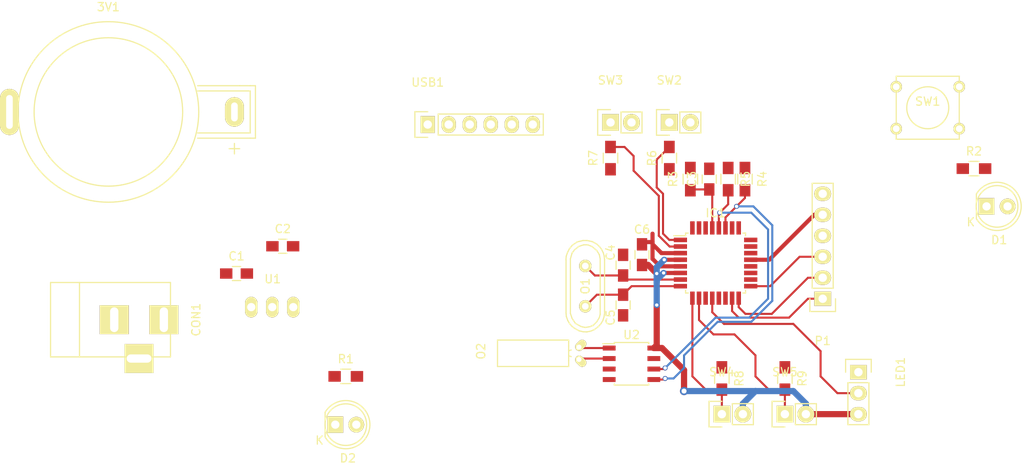
<source format=kicad_pcb>
(kicad_pcb (version 4) (host pcbnew 4.0.2-4+6225~38~ubuntu15.10.1-stable)

  (general
    (links 76)
    (no_connects 45)
    (area 0 0 0 0)
    (thickness 1.6)
    (drawings 0)
    (tracks 134)
    (zones 0)
    (modules 32)
    (nets 38)
  )

  (page A4)
  (layers
    (0 F.Cu signal)
    (31 B.Cu signal)
    (32 B.Adhes user)
    (33 F.Adhes user)
    (34 B.Paste user)
    (35 F.Paste user)
    (36 B.SilkS user)
    (37 F.SilkS user)
    (38 B.Mask user)
    (39 F.Mask user)
    (40 Dwgs.User user)
    (41 Cmts.User user)
    (42 Eco1.User user)
    (43 Eco2.User user)
    (44 Edge.Cuts user)
    (45 Margin user)
    (46 B.CrtYd user)
    (47 F.CrtYd user)
    (48 B.Fab user)
    (49 F.Fab user)
  )

  (setup
    (last_trace_width 0.25)
    (user_trace_width 0.5)
    (user_trace_width 0.75)
    (user_trace_width 1)
    (trace_clearance 0.2)
    (zone_clearance 0.508)
    (zone_45_only yes)
    (trace_min 0.2)
    (segment_width 0.2)
    (edge_width 0.15)
    (via_size 0.6)
    (via_drill 0.4)
    (via_min_size 0.4)
    (via_min_drill 0.3)
    (user_via 1 0.6)
    (uvia_size 0.3)
    (uvia_drill 0.1)
    (uvias_allowed no)
    (uvia_min_size 0.2)
    (uvia_min_drill 0.1)
    (pcb_text_width 0.3)
    (pcb_text_size 1.5 1.5)
    (mod_edge_width 0.15)
    (mod_text_size 1 1)
    (mod_text_width 0.15)
    (pad_size 1.50114 1.00076)
    (pad_drill 0.59944)
    (pad_to_mask_clearance 0.2)
    (aux_axis_origin 0 0)
    (visible_elements FFFEFF7F)
    (pcbplotparams
      (layerselection 0x00030_80000001)
      (usegerberextensions false)
      (excludeedgelayer true)
      (linewidth 0.100000)
      (plotframeref false)
      (viasonmask false)
      (mode 1)
      (useauxorigin false)
      (hpglpennumber 1)
      (hpglpenspeed 20)
      (hpglpendiameter 15)
      (hpglpenoverlay 2)
      (psnegative false)
      (psa4output false)
      (plotreference true)
      (plotvalue true)
      (plotinvisibletext false)
      (padsonsilk false)
      (subtractmaskfromsilk false)
      (outputformat 1)
      (mirror false)
      (drillshape 1)
      (scaleselection 1)
      (outputdirectory ""))
  )

  (net 0 "")
  (net 1 GND)
  (net 2 "Net-(3V1-Pad1)")
  (net 3 "Net-(C1-Pad2)")
  (net 4 +5V)
  (net 5 "Net-(C3-Pad2)")
  (net 6 "Net-(C4-Pad2)")
  (net 7 "Net-(C5-Pad2)")
  (net 8 "Net-(D1-Pad1)")
  (net 9 "Net-(D1-Pad2)")
  (net 10 "Net-(D2-Pad2)")
  (net 11 "Net-(IC1-Pad1)")
  (net 12 "Net-(IC1-Pad2)")
  (net 13 "Net-(IC1-Pad9)")
  (net 14 "Net-(IC1-Pad10)")
  (net 15 "Net-(IC1-Pad11)")
  (net 16 "Net-(IC1-Pad12)")
  (net 17 "Net-(IC1-Pad13)")
  (net 18 "Net-(IC1-Pad14)")
  (net 19 "Net-(IC1-Pad15)")
  (net 20 "Net-(IC1-Pad16)")
  (net 21 "Net-(IC1-Pad18)")
  (net 22 "Net-(IC1-Pad19)")
  (net 23 "Net-(IC1-Pad20)")
  (net 24 "Net-(IC1-Pad22)")
  (net 25 "Net-(IC1-Pad23)")
  (net 26 "Net-(IC1-Pad24)")
  (net 27 "Net-(IC1-Pad25)")
  (net 28 "Net-(IC1-Pad26)")
  (net 29 "Net-(IC1-Pad27)")
  (net 30 "Net-(IC1-Pad28)")
  (net 31 "Net-(IC1-Pad30)")
  (net 32 "Net-(IC1-Pad31)")
  (net 33 "Net-(IC1-Pad32)")
  (net 34 "Net-(O2-Pad1)")
  (net 35 "Net-(O2-Pad2)")
  (net 36 "Net-(U2-Pad7)")
  (net 37 "Net-(C3-Pad1)")

  (net_class Default "This is the default net class."
    (clearance 0.2)
    (trace_width 0.25)
    (via_dia 0.6)
    (via_drill 0.4)
    (uvia_dia 0.3)
    (uvia_drill 0.1)
    (add_net +5V)
    (add_net "Net-(C3-Pad1)")
    (add_net "Net-(C3-Pad2)")
    (add_net "Net-(C4-Pad2)")
    (add_net "Net-(C5-Pad2)")
    (add_net "Net-(D1-Pad1)")
    (add_net "Net-(D1-Pad2)")
    (add_net "Net-(D2-Pad2)")
    (add_net "Net-(IC1-Pad1)")
    (add_net "Net-(IC1-Pad10)")
    (add_net "Net-(IC1-Pad11)")
    (add_net "Net-(IC1-Pad12)")
    (add_net "Net-(IC1-Pad13)")
    (add_net "Net-(IC1-Pad14)")
    (add_net "Net-(IC1-Pad15)")
    (add_net "Net-(IC1-Pad16)")
    (add_net "Net-(IC1-Pad18)")
    (add_net "Net-(IC1-Pad19)")
    (add_net "Net-(IC1-Pad2)")
    (add_net "Net-(IC1-Pad20)")
    (add_net "Net-(IC1-Pad22)")
    (add_net "Net-(IC1-Pad23)")
    (add_net "Net-(IC1-Pad24)")
    (add_net "Net-(IC1-Pad25)")
    (add_net "Net-(IC1-Pad26)")
    (add_net "Net-(IC1-Pad27)")
    (add_net "Net-(IC1-Pad28)")
    (add_net "Net-(IC1-Pad30)")
    (add_net "Net-(IC1-Pad31)")
    (add_net "Net-(IC1-Pad32)")
    (add_net "Net-(IC1-Pad9)")
    (add_net "Net-(O2-Pad1)")
    (add_net "Net-(O2-Pad2)")
    (add_net "Net-(U2-Pad7)")
  )

  (net_class 5V ""
    (clearance 0.2)
    (trace_width 1.25)
    (via_dia 0.6)
    (via_drill 0.4)
    (uvia_dia 0.3)
    (uvia_drill 0.1)
    (add_net "Net-(C1-Pad2)")
  )

  (net_class GND ""
    (clearance 0.2)
    (trace_width 0.5)
    (via_dia 0.6)
    (via_drill 0.4)
    (uvia_dia 0.3)
    (uvia_drill 0.1)
    (add_net GND)
  )

  (net_class Power ""
    (clearance 0.2)
    (trace_width 0.75)
    (via_dia 0.6)
    (via_drill 0.4)
    (uvia_dia 0.3)
    (uvia_drill 0.1)
    (add_net "Net-(3V1-Pad1)")
  )

  (module KiCAD_Lib:CR2032H-2 (layer F.Cu) (tedit 5749C440) (tstamp 5750EAC8)
    (at 87.376 79.756)
    (path /57429A2E)
    (fp_text reference 3V1 (at -15.24 -12.7) (layer F.SilkS)
      (effects (font (size 1 1) (thickness 0.15)))
    )
    (fp_text value Battery (at -15.24 12.7) (layer F.Fab)
      (effects (font (size 1 1) (thickness 0.15)))
    )
    (fp_line (start 0 3.81) (end 0 5.08) (layer F.SilkS) (width 0.15))
    (fp_line (start -0.635 4.445) (end 0.635 4.445) (layer F.SilkS) (width 0.15))
    (fp_line (start -4.445 -2.54) (end 1.905 -2.54) (layer F.SilkS) (width 0.15))
    (fp_line (start 1.905 -2.54) (end 1.905 2.54) (layer F.SilkS) (width 0.15))
    (fp_line (start 1.905 2.54) (end -4.445 2.54) (layer F.SilkS) (width 0.15))
    (fp_line (start 1.905 -3.175) (end 2.54 -3.175) (layer F.SilkS) (width 0.15))
    (fp_line (start 2.54 -3.175) (end 2.54 3.175) (layer F.SilkS) (width 0.15))
    (fp_line (start 2.54 3.175) (end 1.905 3.175) (layer F.SilkS) (width 0.15))
    (fp_line (start 0.635 -3.175) (end 1.905 -3.175) (layer F.SilkS) (width 0.15))
    (fp_line (start 1.905 3.175) (end -4.445 3.175) (layer F.SilkS) (width 0.15))
    (fp_line (start -4.445 -3.175) (end 0.635 -3.175) (layer F.SilkS) (width 0.15))
    (fp_circle (center -15.24 0) (end -16.51 -8.89) (layer F.SilkS) (width 0.15))
    (fp_circle (center -15.24 0) (end -8.89 8.89) (layer F.SilkS) (width 0.15))
    (pad 2 thru_hole oval (at -27.2 0) (size 2.286 5.586) (drill oval 0.8 4.1) (layers *.Cu *.Mask F.SilkS)
      (net 1 GND))
    (pad 1 thru_hole oval (at 0 0) (size 2.286 3.556) (drill oval 0.8 2.3) (layers *.Cu *.Mask F.SilkS)
      (net 2 "Net-(3V1-Pad1)"))
  )

  (module Capacitors_SMD:C_0805_HandSoldering (layer F.Cu) (tedit 541A9B8D) (tstamp 5750EAD4)
    (at 87.63 99.314)
    (descr "Capacitor SMD 0805, hand soldering")
    (tags "capacitor 0805")
    (path /5746CD09)
    (attr smd)
    (fp_text reference C1 (at 0 -2.1) (layer F.SilkS)
      (effects (font (size 1 1) (thickness 0.15)))
    )
    (fp_text value "10 microF" (at 0 2.1) (layer F.Fab)
      (effects (font (size 1 1) (thickness 0.15)))
    )
    (fp_line (start -2.3 -1) (end 2.3 -1) (layer F.CrtYd) (width 0.05))
    (fp_line (start -2.3 1) (end 2.3 1) (layer F.CrtYd) (width 0.05))
    (fp_line (start -2.3 -1) (end -2.3 1) (layer F.CrtYd) (width 0.05))
    (fp_line (start 2.3 -1) (end 2.3 1) (layer F.CrtYd) (width 0.05))
    (fp_line (start 0.5 -0.85) (end -0.5 -0.85) (layer F.SilkS) (width 0.15))
    (fp_line (start -0.5 0.85) (end 0.5 0.85) (layer F.SilkS) (width 0.15))
    (pad 1 smd rect (at -1.25 0) (size 1.5 1.25) (layers F.Cu F.Paste F.Mask)
      (net 1 GND))
    (pad 2 smd rect (at 1.25 0) (size 1.5 1.25) (layers F.Cu F.Paste F.Mask)
      (net 3 "Net-(C1-Pad2)"))
    (model Capacitors_SMD.3dshapes/C_0805_HandSoldering.wrl
      (at (xyz 0 0 0))
      (scale (xyz 1 1 1))
      (rotate (xyz 0 0 0))
    )
  )

  (module Capacitors_SMD:C_0805_HandSoldering (layer F.Cu) (tedit 541A9B8D) (tstamp 5750EAE0)
    (at 93.218 96.012)
    (descr "Capacitor SMD 0805, hand soldering")
    (tags "capacitor 0805")
    (path /5746CDE6)
    (attr smd)
    (fp_text reference C2 (at 0 -2.1) (layer F.SilkS)
      (effects (font (size 1 1) (thickness 0.15)))
    )
    (fp_text value "10 microF" (at 0 2.1) (layer F.Fab)
      (effects (font (size 1 1) (thickness 0.15)))
    )
    (fp_line (start -2.3 -1) (end 2.3 -1) (layer F.CrtYd) (width 0.05))
    (fp_line (start -2.3 1) (end 2.3 1) (layer F.CrtYd) (width 0.05))
    (fp_line (start -2.3 -1) (end -2.3 1) (layer F.CrtYd) (width 0.05))
    (fp_line (start 2.3 -1) (end 2.3 1) (layer F.CrtYd) (width 0.05))
    (fp_line (start 0.5 -0.85) (end -0.5 -0.85) (layer F.SilkS) (width 0.15))
    (fp_line (start -0.5 0.85) (end 0.5 0.85) (layer F.SilkS) (width 0.15))
    (pad 1 smd rect (at -1.25 0) (size 1.5 1.25) (layers F.Cu F.Paste F.Mask)
      (net 1 GND))
    (pad 2 smd rect (at 1.25 0) (size 1.5 1.25) (layers F.Cu F.Paste F.Mask)
      (net 4 +5V))
    (model Capacitors_SMD.3dshapes/C_0805_HandSoldering.wrl
      (at (xyz 0 0 0))
      (scale (xyz 1 1 1))
      (rotate (xyz 0 0 0))
    )
  )

  (module Capacitors_SMD:C_0805_HandSoldering (layer F.Cu) (tedit 541A9B8D) (tstamp 5750EAEC)
    (at 144.78 87.884 90)
    (descr "Capacitor SMD 0805, hand soldering")
    (tags "capacitor 0805")
    (path /574681BC)
    (attr smd)
    (fp_text reference C3 (at 0 -2.1 90) (layer F.SilkS)
      (effects (font (size 1 1) (thickness 0.15)))
    )
    (fp_text value C (at 0 2.1 90) (layer F.Fab)
      (effects (font (size 1 1) (thickness 0.15)))
    )
    (fp_line (start -2.3 -1) (end 2.3 -1) (layer F.CrtYd) (width 0.05))
    (fp_line (start -2.3 1) (end 2.3 1) (layer F.CrtYd) (width 0.05))
    (fp_line (start -2.3 -1) (end -2.3 1) (layer F.CrtYd) (width 0.05))
    (fp_line (start 2.3 -1) (end 2.3 1) (layer F.CrtYd) (width 0.05))
    (fp_line (start 0.5 -0.85) (end -0.5 -0.85) (layer F.SilkS) (width 0.15))
    (fp_line (start -0.5 0.85) (end 0.5 0.85) (layer F.SilkS) (width 0.15))
    (pad 1 smd rect (at -1.25 0 90) (size 1.5 1.25) (layers F.Cu F.Paste F.Mask)
      (net 37 "Net-(C3-Pad1)"))
    (pad 2 smd rect (at 1.25 0 90) (size 1.5 1.25) (layers F.Cu F.Paste F.Mask)
      (net 5 "Net-(C3-Pad2)"))
    (model Capacitors_SMD.3dshapes/C_0805_HandSoldering.wrl
      (at (xyz 0 0 0))
      (scale (xyz 1 1 1))
      (rotate (xyz 0 0 0))
    )
  )

  (module Capacitors_SMD:C_0805_HandSoldering (layer F.Cu) (tedit 5750F207) (tstamp 5750EAF8)
    (at 134.366 98.298 270)
    (descr "Capacitor SMD 0805, hand soldering")
    (tags "capacitor 0805")
    (path /5746C0B9)
    (attr smd)
    (fp_text reference C4 (at -1.524 1.524 270) (layer F.SilkS)
      (effects (font (size 1 1) (thickness 0.15)))
    )
    (fp_text value "22 pF" (at 0 2.1 270) (layer F.Fab)
      (effects (font (size 1 1) (thickness 0.15)))
    )
    (fp_line (start -2.3 -1) (end 2.3 -1) (layer F.CrtYd) (width 0.05))
    (fp_line (start -2.3 1) (end 2.3 1) (layer F.CrtYd) (width 0.05))
    (fp_line (start -2.3 -1) (end -2.3 1) (layer F.CrtYd) (width 0.05))
    (fp_line (start 2.3 -1) (end 2.3 1) (layer F.CrtYd) (width 0.05))
    (fp_line (start 0.5 -0.85) (end -0.5 -0.85) (layer F.SilkS) (width 0.15))
    (fp_line (start -0.5 0.85) (end 0.5 0.85) (layer F.SilkS) (width 0.15))
    (pad 1 smd rect (at -1.25 0 270) (size 1.5 1.25) (layers F.Cu F.Paste F.Mask)
      (net 1 GND))
    (pad 2 smd rect (at 1.25 0 270) (size 1.5 1.25) (layers F.Cu F.Paste F.Mask)
      (net 6 "Net-(C4-Pad2)"))
    (model Capacitors_SMD.3dshapes/C_0805_HandSoldering.wrl
      (at (xyz 0 0 0))
      (scale (xyz 1 1 1))
      (rotate (xyz 0 0 0))
    )
  )

  (module Capacitors_SMD:C_0805_HandSoldering (layer F.Cu) (tedit 5750F201) (tstamp 5750EB04)
    (at 134.366 103.124 90)
    (descr "Capacitor SMD 0805, hand soldering")
    (tags "capacitor 0805")
    (path /5746BF82)
    (attr smd)
    (fp_text reference C5 (at -1.524 -1.524 90) (layer F.SilkS)
      (effects (font (size 1 1) (thickness 0.15)))
    )
    (fp_text value "22 pF" (at 0 2.1 90) (layer F.Fab)
      (effects (font (size 1 1) (thickness 0.15)))
    )
    (fp_line (start -2.3 -1) (end 2.3 -1) (layer F.CrtYd) (width 0.05))
    (fp_line (start -2.3 1) (end 2.3 1) (layer F.CrtYd) (width 0.05))
    (fp_line (start -2.3 -1) (end -2.3 1) (layer F.CrtYd) (width 0.05))
    (fp_line (start 2.3 -1) (end 2.3 1) (layer F.CrtYd) (width 0.05))
    (fp_line (start 0.5 -0.85) (end -0.5 -0.85) (layer F.SilkS) (width 0.15))
    (fp_line (start -0.5 0.85) (end 0.5 0.85) (layer F.SilkS) (width 0.15))
    (pad 1 smd rect (at -1.25 0 90) (size 1.5 1.25) (layers F.Cu F.Paste F.Mask)
      (net 1 GND))
    (pad 2 smd rect (at 1.25 0 90) (size 1.5 1.25) (layers F.Cu F.Paste F.Mask)
      (net 7 "Net-(C5-Pad2)"))
    (model Capacitors_SMD.3dshapes/C_0805_HandSoldering.wrl
      (at (xyz 0 0 0))
      (scale (xyz 1 1 1))
      (rotate (xyz 0 0 0))
    )
  )

  (module Capacitors_SMD:C_0805_HandSoldering (layer F.Cu) (tedit 5750F1CC) (tstamp 5750EB10)
    (at 136.652 97.028 90)
    (descr "Capacitor SMD 0805, hand soldering")
    (tags "capacitor 0805")
    (path /5750F93D)
    (attr smd)
    (fp_text reference C6 (at 3.048 0 180) (layer F.SilkS)
      (effects (font (size 1 1) (thickness 0.15)))
    )
    (fp_text value "10 microF" (at 0 2.1 90) (layer F.Fab)
      (effects (font (size 1 1) (thickness 0.15)))
    )
    (fp_line (start -2.3 -1) (end 2.3 -1) (layer F.CrtYd) (width 0.05))
    (fp_line (start -2.3 1) (end 2.3 1) (layer F.CrtYd) (width 0.05))
    (fp_line (start -2.3 -1) (end -2.3 1) (layer F.CrtYd) (width 0.05))
    (fp_line (start 2.3 -1) (end 2.3 1) (layer F.CrtYd) (width 0.05))
    (fp_line (start 0.5 -0.85) (end -0.5 -0.85) (layer F.SilkS) (width 0.15))
    (fp_line (start -0.5 0.85) (end 0.5 0.85) (layer F.SilkS) (width 0.15))
    (pad 1 smd rect (at -1.25 0 90) (size 1.5 1.25) (layers F.Cu F.Paste F.Mask)
      (net 4 +5V))
    (pad 2 smd rect (at 1.25 0 90) (size 1.5 1.25) (layers F.Cu F.Paste F.Mask)
      (net 1 GND))
    (model Capacitors_SMD.3dshapes/C_0805_HandSoldering.wrl
      (at (xyz 0 0 0))
      (scale (xyz 1 1 1))
      (rotate (xyz 0 0 0))
    )
  )

  (module Connect:BARREL_JACK (layer F.Cu) (tedit 0) (tstamp 5750EB1C)
    (at 72.644 104.902)
    (descr "DC Barrel Jack")
    (tags "Power Jack")
    (path /5746B963)
    (fp_text reference CON1 (at 10.09904 0 90) (layer F.SilkS)
      (effects (font (size 1 1) (thickness 0.15)))
    )
    (fp_text value BARREL_JACK (at 0 -5.99948) (layer F.Fab)
      (effects (font (size 1 1) (thickness 0.15)))
    )
    (fp_line (start -4.0005 -4.50088) (end -4.0005 4.50088) (layer F.SilkS) (width 0.15))
    (fp_line (start -7.50062 -4.50088) (end -7.50062 4.50088) (layer F.SilkS) (width 0.15))
    (fp_line (start -7.50062 4.50088) (end 7.00024 4.50088) (layer F.SilkS) (width 0.15))
    (fp_line (start 7.00024 4.50088) (end 7.00024 -4.50088) (layer F.SilkS) (width 0.15))
    (fp_line (start 7.00024 -4.50088) (end -7.50062 -4.50088) (layer F.SilkS) (width 0.15))
    (pad 1 thru_hole rect (at 6.20014 0) (size 3.50012 3.50012) (drill oval 1.00076 2.99974) (layers *.Cu *.Mask F.SilkS)
      (net 1 GND))
    (pad 2 thru_hole rect (at 0.20066 0) (size 3.50012 3.50012) (drill oval 1.00076 2.99974) (layers *.Cu *.Mask F.SilkS)
      (net 3 "Net-(C1-Pad2)"))
    (pad 3 thru_hole rect (at 3.2004 4.699) (size 3.50012 3.50012) (drill oval 2.99974 1.00076) (layers *.Cu *.Mask F.SilkS)
      (net 1 GND))
  )

  (module LEDs:LED-5MM (layer F.Cu) (tedit 5570F7EA) (tstamp 5750EB28)
    (at 178.308 91.186)
    (descr "LED 5mm round vertical")
    (tags "LED 5mm round vertical")
    (path /5746AE5D)
    (fp_text reference D1 (at 1.524 4.064) (layer F.SilkS)
      (effects (font (size 1 1) (thickness 0.15)))
    )
    (fp_text value LED (at 1.524 -3.937) (layer F.Fab)
      (effects (font (size 1 1) (thickness 0.15)))
    )
    (fp_line (start -1.5 -1.55) (end -1.5 1.55) (layer F.CrtYd) (width 0.05))
    (fp_arc (start 1.3 0) (end -1.5 1.55) (angle -302) (layer F.CrtYd) (width 0.05))
    (fp_arc (start 1.27 0) (end -1.23 -1.5) (angle 297.5) (layer F.SilkS) (width 0.15))
    (fp_line (start -1.23 1.5) (end -1.23 -1.5) (layer F.SilkS) (width 0.15))
    (fp_circle (center 1.27 0) (end 0.97 -2.5) (layer F.SilkS) (width 0.15))
    (fp_text user K (at -1.905 1.905) (layer F.SilkS)
      (effects (font (size 1 1) (thickness 0.15)))
    )
    (pad 1 thru_hole rect (at 0 0 90) (size 2 1.9) (drill 1.00076) (layers *.Cu *.Mask F.SilkS)
      (net 8 "Net-(D1-Pad1)"))
    (pad 2 thru_hole circle (at 2.54 0) (size 1.9 1.9) (drill 1.00076) (layers *.Cu *.Mask F.SilkS)
      (net 9 "Net-(D1-Pad2)"))
    (model LEDs.3dshapes/LED-5MM.wrl
      (at (xyz 0.05 0 0))
      (scale (xyz 1 1 1))
      (rotate (xyz 0 0 90))
    )
  )

  (module LEDs:LED-5MM (layer F.Cu) (tedit 5570F7EA) (tstamp 5750EB34)
    (at 99.568 117.602)
    (descr "LED 5mm round vertical")
    (tags "LED 5mm round vertical")
    (path /5746DB98)
    (fp_text reference D2 (at 1.524 4.064) (layer F.SilkS)
      (effects (font (size 1 1) (thickness 0.15)))
    )
    (fp_text value LED (at 1.524 -3.937) (layer F.Fab)
      (effects (font (size 1 1) (thickness 0.15)))
    )
    (fp_line (start -1.5 -1.55) (end -1.5 1.55) (layer F.CrtYd) (width 0.05))
    (fp_arc (start 1.3 0) (end -1.5 1.55) (angle -302) (layer F.CrtYd) (width 0.05))
    (fp_arc (start 1.27 0) (end -1.23 -1.5) (angle 297.5) (layer F.SilkS) (width 0.15))
    (fp_line (start -1.23 1.5) (end -1.23 -1.5) (layer F.SilkS) (width 0.15))
    (fp_circle (center 1.27 0) (end 0.97 -2.5) (layer F.SilkS) (width 0.15))
    (fp_text user K (at -1.905 1.905) (layer F.SilkS)
      (effects (font (size 1 1) (thickness 0.15)))
    )
    (pad 1 thru_hole rect (at 0 0 90) (size 2 1.9) (drill 1.00076) (layers *.Cu *.Mask F.SilkS)
      (net 1 GND))
    (pad 2 thru_hole circle (at 2.54 0) (size 1.9 1.9) (drill 1.00076) (layers *.Cu *.Mask F.SilkS)
      (net 10 "Net-(D2-Pad2)"))
    (model LEDs.3dshapes/LED-5MM.wrl
      (at (xyz 0.05 0 0))
      (scale (xyz 1 1 1))
      (rotate (xyz 0 0 90))
    )
  )

  (module Housings_QFP:TQFP-32_7x7mm_Pitch0.8mm (layer F.Cu) (tedit 54130A77) (tstamp 5750EB65)
    (at 145.542 98.044)
    (descr "32-Lead Plastic Thin Quad Flatpack (PT) - 7x7x1.0 mm Body, 2.00 mm [TQFP] (see Microchip Packaging Specification 00000049BS.pdf)")
    (tags "QFP 0.8")
    (path /574281D8)
    (attr smd)
    (fp_text reference IC1 (at 0 -6.05) (layer F.SilkS)
      (effects (font (size 1 1) (thickness 0.15)))
    )
    (fp_text value ATMEGA328P-A (at 0 6.05) (layer F.Fab)
      (effects (font (size 1 1) (thickness 0.15)))
    )
    (fp_line (start -5.3 -5.3) (end -5.3 5.3) (layer F.CrtYd) (width 0.05))
    (fp_line (start 5.3 -5.3) (end 5.3 5.3) (layer F.CrtYd) (width 0.05))
    (fp_line (start -5.3 -5.3) (end 5.3 -5.3) (layer F.CrtYd) (width 0.05))
    (fp_line (start -5.3 5.3) (end 5.3 5.3) (layer F.CrtYd) (width 0.05))
    (fp_line (start -3.625 -3.625) (end -3.625 -3.3) (layer F.SilkS) (width 0.15))
    (fp_line (start 3.625 -3.625) (end 3.625 -3.3) (layer F.SilkS) (width 0.15))
    (fp_line (start 3.625 3.625) (end 3.625 3.3) (layer F.SilkS) (width 0.15))
    (fp_line (start -3.625 3.625) (end -3.625 3.3) (layer F.SilkS) (width 0.15))
    (fp_line (start -3.625 -3.625) (end -3.3 -3.625) (layer F.SilkS) (width 0.15))
    (fp_line (start -3.625 3.625) (end -3.3 3.625) (layer F.SilkS) (width 0.15))
    (fp_line (start 3.625 3.625) (end 3.3 3.625) (layer F.SilkS) (width 0.15))
    (fp_line (start 3.625 -3.625) (end 3.3 -3.625) (layer F.SilkS) (width 0.15))
    (fp_line (start -3.625 -3.3) (end -5.05 -3.3) (layer F.SilkS) (width 0.15))
    (pad 1 smd rect (at -4.25 -2.8) (size 1.6 0.55) (layers F.Cu F.Paste F.Mask)
      (net 11 "Net-(IC1-Pad1)"))
    (pad 2 smd rect (at -4.25 -2) (size 1.6 0.55) (layers F.Cu F.Paste F.Mask)
      (net 12 "Net-(IC1-Pad2)"))
    (pad 3 smd rect (at -4.25 -1.2) (size 1.6 0.55) (layers F.Cu F.Paste F.Mask)
      (net 1 GND))
    (pad 4 smd rect (at -4.25 -0.4) (size 1.6 0.55) (layers F.Cu F.Paste F.Mask)
      (net 4 +5V))
    (pad 5 smd rect (at -4.25 0.4) (size 1.6 0.55) (layers F.Cu F.Paste F.Mask)
      (net 1 GND))
    (pad 6 smd rect (at -4.25 1.2) (size 1.6 0.55) (layers F.Cu F.Paste F.Mask)
      (net 4 +5V))
    (pad 7 smd rect (at -4.25 2) (size 1.6 0.55) (layers F.Cu F.Paste F.Mask)
      (net 6 "Net-(C4-Pad2)"))
    (pad 8 smd rect (at -4.25 2.8) (size 1.6 0.55) (layers F.Cu F.Paste F.Mask)
      (net 7 "Net-(C5-Pad2)"))
    (pad 9 smd rect (at -2.8 4.25 90) (size 1.6 0.55) (layers F.Cu F.Paste F.Mask)
      (net 13 "Net-(IC1-Pad9)"))
    (pad 10 smd rect (at -2 4.25 90) (size 1.6 0.55) (layers F.Cu F.Paste F.Mask)
      (net 14 "Net-(IC1-Pad10)"))
    (pad 11 smd rect (at -1.2 4.25 90) (size 1.6 0.55) (layers F.Cu F.Paste F.Mask)
      (net 15 "Net-(IC1-Pad11)"))
    (pad 12 smd rect (at -0.4 4.25 90) (size 1.6 0.55) (layers F.Cu F.Paste F.Mask)
      (net 16 "Net-(IC1-Pad12)"))
    (pad 13 smd rect (at 0.4 4.25 90) (size 1.6 0.55) (layers F.Cu F.Paste F.Mask)
      (net 17 "Net-(IC1-Pad13)"))
    (pad 14 smd rect (at 1.2 4.25 90) (size 1.6 0.55) (layers F.Cu F.Paste F.Mask)
      (net 18 "Net-(IC1-Pad14)"))
    (pad 15 smd rect (at 2 4.25 90) (size 1.6 0.55) (layers F.Cu F.Paste F.Mask)
      (net 19 "Net-(IC1-Pad15)"))
    (pad 16 smd rect (at 2.8 4.25 90) (size 1.6 0.55) (layers F.Cu F.Paste F.Mask)
      (net 20 "Net-(IC1-Pad16)"))
    (pad 17 smd rect (at 4.25 2.8) (size 1.6 0.55) (layers F.Cu F.Paste F.Mask)
      (net 9 "Net-(D1-Pad2)"))
    (pad 18 smd rect (at 4.25 2) (size 1.6 0.55) (layers F.Cu F.Paste F.Mask)
      (net 21 "Net-(IC1-Pad18)"))
    (pad 19 smd rect (at 4.25 1.2) (size 1.6 0.55) (layers F.Cu F.Paste F.Mask)
      (net 22 "Net-(IC1-Pad19)"))
    (pad 20 smd rect (at 4.25 0.4) (size 1.6 0.55) (layers F.Cu F.Paste F.Mask)
      (net 23 "Net-(IC1-Pad20)"))
    (pad 21 smd rect (at 4.25 -0.4) (size 1.6 0.55) (layers F.Cu F.Paste F.Mask)
      (net 1 GND))
    (pad 22 smd rect (at 4.25 -1.2) (size 1.6 0.55) (layers F.Cu F.Paste F.Mask)
      (net 24 "Net-(IC1-Pad22)"))
    (pad 23 smd rect (at 4.25 -2) (size 1.6 0.55) (layers F.Cu F.Paste F.Mask)
      (net 25 "Net-(IC1-Pad23)"))
    (pad 24 smd rect (at 4.25 -2.8) (size 1.6 0.55) (layers F.Cu F.Paste F.Mask)
      (net 26 "Net-(IC1-Pad24)"))
    (pad 25 smd rect (at 2.8 -4.25 90) (size 1.6 0.55) (layers F.Cu F.Paste F.Mask)
      (net 27 "Net-(IC1-Pad25)"))
    (pad 26 smd rect (at 2 -4.25 90) (size 1.6 0.55) (layers F.Cu F.Paste F.Mask)
      (net 28 "Net-(IC1-Pad26)"))
    (pad 27 smd rect (at 1.2 -4.25 90) (size 1.6 0.55) (layers F.Cu F.Paste F.Mask)
      (net 29 "Net-(IC1-Pad27)"))
    (pad 28 smd rect (at 0.4 -4.25 90) (size 1.6 0.55) (layers F.Cu F.Paste F.Mask)
      (net 30 "Net-(IC1-Pad28)"))
    (pad 29 smd rect (at -0.4 -4.25 90) (size 1.6 0.55) (layers F.Cu F.Paste F.Mask)
      (net 37 "Net-(C3-Pad1)"))
    (pad 30 smd rect (at -1.2 -4.25 90) (size 1.6 0.55) (layers F.Cu F.Paste F.Mask)
      (net 31 "Net-(IC1-Pad30)"))
    (pad 31 smd rect (at -2 -4.25 90) (size 1.6 0.55) (layers F.Cu F.Paste F.Mask)
      (net 32 "Net-(IC1-Pad31)"))
    (pad 32 smd rect (at -2.8 -4.25 90) (size 1.6 0.55) (layers F.Cu F.Paste F.Mask)
      (net 33 "Net-(IC1-Pad32)"))
    (model Housings_QFP.3dshapes/TQFP-32_7x7mm_Pitch0.8mm.wrl
      (at (xyz 0 0 0))
      (scale (xyz 1 1 1))
      (rotate (xyz 0 0 0))
    )
  )

  (module Socket_Strips:Socket_Strip_Straight_1x03 (layer F.Cu) (tedit 54E9F429) (tstamp 5750EB77)
    (at 162.814 111.252 270)
    (descr "Through hole socket strip")
    (tags "socket strip")
    (path /57429CB8)
    (fp_text reference LED1 (at 0 -5.1 270) (layer F.SilkS)
      (effects (font (size 1 1) (thickness 0.15)))
    )
    (fp_text value CONN_01X03 (at 0 -3.1 270) (layer F.Fab)
      (effects (font (size 1 1) (thickness 0.15)))
    )
    (fp_line (start 0 -1.55) (end -1.55 -1.55) (layer F.SilkS) (width 0.15))
    (fp_line (start -1.55 -1.55) (end -1.55 1.55) (layer F.SilkS) (width 0.15))
    (fp_line (start -1.55 1.55) (end 0 1.55) (layer F.SilkS) (width 0.15))
    (fp_line (start -1.75 -1.75) (end -1.75 1.75) (layer F.CrtYd) (width 0.05))
    (fp_line (start 6.85 -1.75) (end 6.85 1.75) (layer F.CrtYd) (width 0.05))
    (fp_line (start -1.75 -1.75) (end 6.85 -1.75) (layer F.CrtYd) (width 0.05))
    (fp_line (start -1.75 1.75) (end 6.85 1.75) (layer F.CrtYd) (width 0.05))
    (fp_line (start 1.27 -1.27) (end 6.35 -1.27) (layer F.SilkS) (width 0.15))
    (fp_line (start 6.35 -1.27) (end 6.35 1.27) (layer F.SilkS) (width 0.15))
    (fp_line (start 6.35 1.27) (end 1.27 1.27) (layer F.SilkS) (width 0.15))
    (fp_line (start 1.27 1.27) (end 1.27 -1.27) (layer F.SilkS) (width 0.15))
    (pad 1 thru_hole rect (at 0 0 270) (size 1.7272 2.032) (drill 1.016) (layers *.Cu *.Mask F.SilkS)
      (net 1 GND))
    (pad 2 thru_hole oval (at 2.54 0 270) (size 1.7272 2.032) (drill 1.016) (layers *.Cu *.Mask F.SilkS)
      (net 16 "Net-(IC1-Pad12)"))
    (pad 3 thru_hole oval (at 5.08 0 270) (size 1.7272 2.032) (drill 1.016) (layers *.Cu *.Mask F.SilkS)
      (net 4 +5V))
    (model Socket_Strips.3dshapes/Socket_Strip_Straight_1x03.wrl
      (at (xyz 0.1 0 0))
      (scale (xyz 1 1 1))
      (rotate (xyz 0 0 180))
    )
  )

  (module Crystals:Crystal_HC49-U_Vertical (layer F.Cu) (tedit 5750F1C8) (tstamp 5750EBB0)
    (at 129.794 100.838 270)
    (descr "Crystal Quarz HC49/U vertical stehend")
    (tags "Crystal Quarz HC49/U vertical stehend")
    (path /574285F7)
    (fp_text reference O1 (at 0 0 270) (layer F.SilkS)
      (effects (font (size 1 1) (thickness 0.15)))
    )
    (fp_text value "16 Mhz" (at 0 3.81 270) (layer F.Fab)
      (effects (font (size 1 1) (thickness 0.15)))
    )
    (fp_line (start 4.699 -1.00076) (end 4.89966 -0.59944) (layer F.SilkS) (width 0.15))
    (fp_line (start 4.89966 -0.59944) (end 5.00126 0) (layer F.SilkS) (width 0.15))
    (fp_line (start 5.00126 0) (end 4.89966 0.50038) (layer F.SilkS) (width 0.15))
    (fp_line (start 4.89966 0.50038) (end 4.50088 1.19888) (layer F.SilkS) (width 0.15))
    (fp_line (start 4.50088 1.19888) (end 3.8989 1.6002) (layer F.SilkS) (width 0.15))
    (fp_line (start 3.8989 1.6002) (end 3.29946 1.80086) (layer F.SilkS) (width 0.15))
    (fp_line (start 3.29946 1.80086) (end -3.29946 1.80086) (layer F.SilkS) (width 0.15))
    (fp_line (start -3.29946 1.80086) (end -4.0005 1.6002) (layer F.SilkS) (width 0.15))
    (fp_line (start -4.0005 1.6002) (end -4.39928 1.30048) (layer F.SilkS) (width 0.15))
    (fp_line (start -4.39928 1.30048) (end -4.8006 0.8001) (layer F.SilkS) (width 0.15))
    (fp_line (start -4.8006 0.8001) (end -5.00126 0.20066) (layer F.SilkS) (width 0.15))
    (fp_line (start -5.00126 0.20066) (end -5.00126 -0.29972) (layer F.SilkS) (width 0.15))
    (fp_line (start -5.00126 -0.29972) (end -4.8006 -0.8001) (layer F.SilkS) (width 0.15))
    (fp_line (start -4.8006 -0.8001) (end -4.30022 -1.39954) (layer F.SilkS) (width 0.15))
    (fp_line (start -4.30022 -1.39954) (end -3.79984 -1.69926) (layer F.SilkS) (width 0.15))
    (fp_line (start -3.79984 -1.69926) (end -3.29946 -1.80086) (layer F.SilkS) (width 0.15))
    (fp_line (start -3.2004 -1.80086) (end 3.40106 -1.80086) (layer F.SilkS) (width 0.15))
    (fp_line (start 3.40106 -1.80086) (end 3.79984 -1.69926) (layer F.SilkS) (width 0.15))
    (fp_line (start 3.79984 -1.69926) (end 4.30022 -1.39954) (layer F.SilkS) (width 0.15))
    (fp_line (start 4.30022 -1.39954) (end 4.8006 -0.89916) (layer F.SilkS) (width 0.15))
    (fp_line (start -3.19024 -2.32918) (end -3.64998 -2.28092) (layer F.SilkS) (width 0.15))
    (fp_line (start -3.64998 -2.28092) (end -4.04876 -2.16916) (layer F.SilkS) (width 0.15))
    (fp_line (start -4.04876 -2.16916) (end -4.48056 -1.95072) (layer F.SilkS) (width 0.15))
    (fp_line (start -4.48056 -1.95072) (end -4.77012 -1.71958) (layer F.SilkS) (width 0.15))
    (fp_line (start -4.77012 -1.71958) (end -5.10032 -1.36906) (layer F.SilkS) (width 0.15))
    (fp_line (start -5.10032 -1.36906) (end -5.38988 -0.83058) (layer F.SilkS) (width 0.15))
    (fp_line (start -5.38988 -0.83058) (end -5.51942 -0.23114) (layer F.SilkS) (width 0.15))
    (fp_line (start -5.51942 -0.23114) (end -5.51942 0.2794) (layer F.SilkS) (width 0.15))
    (fp_line (start -5.51942 0.2794) (end -5.34924 0.98044) (layer F.SilkS) (width 0.15))
    (fp_line (start -5.34924 0.98044) (end -4.95046 1.56972) (layer F.SilkS) (width 0.15))
    (fp_line (start -4.95046 1.56972) (end -4.49072 1.94056) (layer F.SilkS) (width 0.15))
    (fp_line (start -4.49072 1.94056) (end -4.06908 2.14884) (layer F.SilkS) (width 0.15))
    (fp_line (start -4.06908 2.14884) (end -3.6195 2.30886) (layer F.SilkS) (width 0.15))
    (fp_line (start -3.6195 2.30886) (end -3.18008 2.33934) (layer F.SilkS) (width 0.15))
    (fp_line (start 4.16052 2.1209) (end 4.53898 1.89992) (layer F.SilkS) (width 0.15))
    (fp_line (start 4.53898 1.89992) (end 4.85902 1.62052) (layer F.SilkS) (width 0.15))
    (fp_line (start 4.85902 1.62052) (end 5.11048 1.29032) (layer F.SilkS) (width 0.15))
    (fp_line (start 5.11048 1.29032) (end 5.4102 0.73914) (layer F.SilkS) (width 0.15))
    (fp_line (start 5.4102 0.73914) (end 5.51942 0.26924) (layer F.SilkS) (width 0.15))
    (fp_line (start 5.51942 0.26924) (end 5.53974 -0.1905) (layer F.SilkS) (width 0.15))
    (fp_line (start 5.53974 -0.1905) (end 5.45084 -0.65024) (layer F.SilkS) (width 0.15))
    (fp_line (start 5.45084 -0.65024) (end 5.26034 -1.09982) (layer F.SilkS) (width 0.15))
    (fp_line (start 5.26034 -1.09982) (end 4.89966 -1.56972) (layer F.SilkS) (width 0.15))
    (fp_line (start 4.89966 -1.56972) (end 4.54914 -1.88976) (layer F.SilkS) (width 0.15))
    (fp_line (start 4.54914 -1.88976) (end 4.16052 -2.1209) (layer F.SilkS) (width 0.15))
    (fp_line (start 4.16052 -2.1209) (end 3.73126 -2.2606) (layer F.SilkS) (width 0.15))
    (fp_line (start 3.73126 -2.2606) (end 3.2893 -2.32918) (layer F.SilkS) (width 0.15))
    (fp_line (start -3.2004 2.32918) (end 3.2512 2.32918) (layer F.SilkS) (width 0.15))
    (fp_line (start 3.2512 2.32918) (end 3.6703 2.29108) (layer F.SilkS) (width 0.15))
    (fp_line (start 3.6703 2.29108) (end 4.16052 2.1209) (layer F.SilkS) (width 0.15))
    (fp_line (start -3.2004 -2.32918) (end 3.2512 -2.32918) (layer F.SilkS) (width 0.15))
    (pad 1 thru_hole circle (at -2.44094 0 270) (size 1.50114 1.50114) (drill 0.8001) (layers *.Cu *.Mask F.SilkS)
      (net 6 "Net-(C4-Pad2)"))
    (pad 2 thru_hole circle (at 2.44094 0 270) (size 1.50114 1.50114) (drill 0.8001) (layers *.Cu *.Mask F.SilkS)
      (net 7 "Net-(C5-Pad2)"))
  )

  (module Resistors_SMD:R_0805_HandSoldering (layer F.Cu) (tedit 54189DEE) (tstamp 5750EBCA)
    (at 100.838 111.76)
    (descr "Resistor SMD 0805, hand soldering")
    (tags "resistor 0805")
    (path /5746D346)
    (attr smd)
    (fp_text reference R1 (at 0 -2.1) (layer F.SilkS)
      (effects (font (size 1 1) (thickness 0.15)))
    )
    (fp_text value 220 (at 0 2.1) (layer F.Fab)
      (effects (font (size 1 1) (thickness 0.15)))
    )
    (fp_line (start -2.4 -1) (end 2.4 -1) (layer F.CrtYd) (width 0.05))
    (fp_line (start -2.4 1) (end 2.4 1) (layer F.CrtYd) (width 0.05))
    (fp_line (start -2.4 -1) (end -2.4 1) (layer F.CrtYd) (width 0.05))
    (fp_line (start 2.4 -1) (end 2.4 1) (layer F.CrtYd) (width 0.05))
    (fp_line (start 0.6 0.875) (end -0.6 0.875) (layer F.SilkS) (width 0.15))
    (fp_line (start -0.6 -0.875) (end 0.6 -0.875) (layer F.SilkS) (width 0.15))
    (pad 1 smd rect (at -1.35 0) (size 1.5 1.3) (layers F.Cu F.Paste F.Mask)
      (net 4 +5V))
    (pad 2 smd rect (at 1.35 0) (size 1.5 1.3) (layers F.Cu F.Paste F.Mask)
      (net 10 "Net-(D2-Pad2)"))
    (model Resistors_SMD.3dshapes/R_0805_HandSoldering.wrl
      (at (xyz 0 0 0))
      (scale (xyz 1 1 1))
      (rotate (xyz 0 0 0))
    )
  )

  (module Resistors_SMD:R_0805_HandSoldering (layer F.Cu) (tedit 54189DEE) (tstamp 5750EBD6)
    (at 176.784 86.614)
    (descr "Resistor SMD 0805, hand soldering")
    (tags "resistor 0805")
    (path /5746B054)
    (attr smd)
    (fp_text reference R2 (at 0 -2.1) (layer F.SilkS)
      (effects (font (size 1 1) (thickness 0.15)))
    )
    (fp_text value 220 (at 0 2.1) (layer F.Fab)
      (effects (font (size 1 1) (thickness 0.15)))
    )
    (fp_line (start -2.4 -1) (end 2.4 -1) (layer F.CrtYd) (width 0.05))
    (fp_line (start -2.4 1) (end 2.4 1) (layer F.CrtYd) (width 0.05))
    (fp_line (start -2.4 -1) (end -2.4 1) (layer F.CrtYd) (width 0.05))
    (fp_line (start 2.4 -1) (end 2.4 1) (layer F.CrtYd) (width 0.05))
    (fp_line (start 0.6 0.875) (end -0.6 0.875) (layer F.SilkS) (width 0.15))
    (fp_line (start -0.6 -0.875) (end 0.6 -0.875) (layer F.SilkS) (width 0.15))
    (pad 1 smd rect (at -1.35 0) (size 1.5 1.3) (layers F.Cu F.Paste F.Mask)
      (net 1 GND))
    (pad 2 smd rect (at 1.35 0) (size 1.5 1.3) (layers F.Cu F.Paste F.Mask)
      (net 8 "Net-(D1-Pad1)"))
    (model Resistors_SMD.3dshapes/R_0805_HandSoldering.wrl
      (at (xyz 0 0 0))
      (scale (xyz 1 1 1))
      (rotate (xyz 0 0 0))
    )
  )

  (module Resistors_SMD:R_0805_HandSoldering (layer F.Cu) (tedit 54189DEE) (tstamp 5750EBE2)
    (at 142.494 87.884 90)
    (descr "Resistor SMD 0805, hand soldering")
    (tags "resistor 0805")
    (path /57429F8B)
    (attr smd)
    (fp_text reference R3 (at 0 -2.1 90) (layer F.SilkS)
      (effects (font (size 1 1) (thickness 0.15)))
    )
    (fp_text value 10k (at 0 2.1 90) (layer F.Fab)
      (effects (font (size 1 1) (thickness 0.15)))
    )
    (fp_line (start -2.4 -1) (end 2.4 -1) (layer F.CrtYd) (width 0.05))
    (fp_line (start -2.4 1) (end 2.4 1) (layer F.CrtYd) (width 0.05))
    (fp_line (start -2.4 -1) (end -2.4 1) (layer F.CrtYd) (width 0.05))
    (fp_line (start 2.4 -1) (end 2.4 1) (layer F.CrtYd) (width 0.05))
    (fp_line (start 0.6 0.875) (end -0.6 0.875) (layer F.SilkS) (width 0.15))
    (fp_line (start -0.6 -0.875) (end 0.6 -0.875) (layer F.SilkS) (width 0.15))
    (pad 1 smd rect (at -1.35 0 90) (size 1.5 1.3) (layers F.Cu F.Paste F.Mask)
      (net 37 "Net-(C3-Pad1)"))
    (pad 2 smd rect (at 1.35 0 90) (size 1.5 1.3) (layers F.Cu F.Paste F.Mask)
      (net 4 +5V))
    (model Resistors_SMD.3dshapes/R_0805_HandSoldering.wrl
      (at (xyz 0 0 0))
      (scale (xyz 1 1 1))
      (rotate (xyz 0 0 0))
    )
  )

  (module Resistors_SMD:R_0805_HandSoldering (layer F.Cu) (tedit 54189DEE) (tstamp 5750EBEE)
    (at 149.098 87.884 270)
    (descr "Resistor SMD 0805, hand soldering")
    (tags "resistor 0805")
    (path /57428A3B)
    (attr smd)
    (fp_text reference R4 (at 0 -2.1 270) (layer F.SilkS)
      (effects (font (size 1 1) (thickness 0.15)))
    )
    (fp_text value 4.7k (at 0 2.1 270) (layer F.Fab)
      (effects (font (size 1 1) (thickness 0.15)))
    )
    (fp_line (start -2.4 -1) (end 2.4 -1) (layer F.CrtYd) (width 0.05))
    (fp_line (start -2.4 1) (end 2.4 1) (layer F.CrtYd) (width 0.05))
    (fp_line (start -2.4 -1) (end -2.4 1) (layer F.CrtYd) (width 0.05))
    (fp_line (start 2.4 -1) (end 2.4 1) (layer F.CrtYd) (width 0.05))
    (fp_line (start 0.6 0.875) (end -0.6 0.875) (layer F.SilkS) (width 0.15))
    (fp_line (start -0.6 -0.875) (end 0.6 -0.875) (layer F.SilkS) (width 0.15))
    (pad 1 smd rect (at -1.35 0 270) (size 1.5 1.3) (layers F.Cu F.Paste F.Mask)
      (net 1 GND))
    (pad 2 smd rect (at 1.35 0 270) (size 1.5 1.3) (layers F.Cu F.Paste F.Mask)
      (net 29 "Net-(IC1-Pad27)"))
    (model Resistors_SMD.3dshapes/R_0805_HandSoldering.wrl
      (at (xyz 0 0 0))
      (scale (xyz 1 1 1))
      (rotate (xyz 0 0 0))
    )
  )

  (module Resistors_SMD:R_0805_HandSoldering (layer F.Cu) (tedit 54189DEE) (tstamp 5750EBFA)
    (at 147.066 87.884 270)
    (descr "Resistor SMD 0805, hand soldering")
    (tags "resistor 0805")
    (path /57428A82)
    (attr smd)
    (fp_text reference R5 (at 0 -2.1 270) (layer F.SilkS)
      (effects (font (size 1 1) (thickness 0.15)))
    )
    (fp_text value 4.7k (at 0 2.1 270) (layer F.Fab)
      (effects (font (size 1 1) (thickness 0.15)))
    )
    (fp_line (start -2.4 -1) (end 2.4 -1) (layer F.CrtYd) (width 0.05))
    (fp_line (start -2.4 1) (end 2.4 1) (layer F.CrtYd) (width 0.05))
    (fp_line (start -2.4 -1) (end -2.4 1) (layer F.CrtYd) (width 0.05))
    (fp_line (start 2.4 -1) (end 2.4 1) (layer F.CrtYd) (width 0.05))
    (fp_line (start 0.6 0.875) (end -0.6 0.875) (layer F.SilkS) (width 0.15))
    (fp_line (start -0.6 -0.875) (end 0.6 -0.875) (layer F.SilkS) (width 0.15))
    (pad 1 smd rect (at -1.35 0 270) (size 1.5 1.3) (layers F.Cu F.Paste F.Mask)
      (net 1 GND))
    (pad 2 smd rect (at 1.35 0 270) (size 1.5 1.3) (layers F.Cu F.Paste F.Mask)
      (net 30 "Net-(IC1-Pad28)"))
    (model Resistors_SMD.3dshapes/R_0805_HandSoldering.wrl
      (at (xyz 0 0 0))
      (scale (xyz 1 1 1))
      (rotate (xyz 0 0 0))
    )
  )

  (module Resistors_SMD:R_0805_HandSoldering (layer F.Cu) (tedit 54189DEE) (tstamp 5750EC06)
    (at 139.954 85.344 90)
    (descr "Resistor SMD 0805, hand soldering")
    (tags "resistor 0805")
    (path /57470D08)
    (attr smd)
    (fp_text reference R6 (at 0 -2.1 90) (layer F.SilkS)
      (effects (font (size 1 1) (thickness 0.15)))
    )
    (fp_text value 10k (at 0 2.1 90) (layer F.Fab)
      (effects (font (size 1 1) (thickness 0.15)))
    )
    (fp_line (start -2.4 -1) (end 2.4 -1) (layer F.CrtYd) (width 0.05))
    (fp_line (start -2.4 1) (end 2.4 1) (layer F.CrtYd) (width 0.05))
    (fp_line (start -2.4 -1) (end -2.4 1) (layer F.CrtYd) (width 0.05))
    (fp_line (start 2.4 -1) (end 2.4 1) (layer F.CrtYd) (width 0.05))
    (fp_line (start 0.6 0.875) (end -0.6 0.875) (layer F.SilkS) (width 0.15))
    (fp_line (start -0.6 -0.875) (end 0.6 -0.875) (layer F.SilkS) (width 0.15))
    (pad 1 smd rect (at -1.35 0 90) (size 1.5 1.3) (layers F.Cu F.Paste F.Mask)
      (net 1 GND))
    (pad 2 smd rect (at 1.35 0 90) (size 1.5 1.3) (layers F.Cu F.Paste F.Mask)
      (net 11 "Net-(IC1-Pad1)"))
    (model Resistors_SMD.3dshapes/R_0805_HandSoldering.wrl
      (at (xyz 0 0 0))
      (scale (xyz 1 1 1))
      (rotate (xyz 0 0 0))
    )
  )

  (module Resistors_SMD:R_0805_HandSoldering (layer F.Cu) (tedit 54189DEE) (tstamp 5750EC12)
    (at 132.842 85.344 90)
    (descr "Resistor SMD 0805, hand soldering")
    (tags "resistor 0805")
    (path /57470C8F)
    (attr smd)
    (fp_text reference R7 (at 0 -2.1 90) (layer F.SilkS)
      (effects (font (size 1 1) (thickness 0.15)))
    )
    (fp_text value 10k (at 0 2.1 90) (layer F.Fab)
      (effects (font (size 1 1) (thickness 0.15)))
    )
    (fp_line (start -2.4 -1) (end 2.4 -1) (layer F.CrtYd) (width 0.05))
    (fp_line (start -2.4 1) (end 2.4 1) (layer F.CrtYd) (width 0.05))
    (fp_line (start -2.4 -1) (end -2.4 1) (layer F.CrtYd) (width 0.05))
    (fp_line (start 2.4 -1) (end 2.4 1) (layer F.CrtYd) (width 0.05))
    (fp_line (start 0.6 0.875) (end -0.6 0.875) (layer F.SilkS) (width 0.15))
    (fp_line (start -0.6 -0.875) (end 0.6 -0.875) (layer F.SilkS) (width 0.15))
    (pad 1 smd rect (at -1.35 0 90) (size 1.5 1.3) (layers F.Cu F.Paste F.Mask)
      (net 1 GND))
    (pad 2 smd rect (at 1.35 0 90) (size 1.5 1.3) (layers F.Cu F.Paste F.Mask)
      (net 12 "Net-(IC1-Pad2)"))
    (model Resistors_SMD.3dshapes/R_0805_HandSoldering.wrl
      (at (xyz 0 0 0))
      (scale (xyz 1 1 1))
      (rotate (xyz 0 0 0))
    )
  )

  (module Resistors_SMD:R_0805_HandSoldering (layer F.Cu) (tedit 54189DEE) (tstamp 5750EC1E)
    (at 146.304 112.014 270)
    (descr "Resistor SMD 0805, hand soldering")
    (tags "resistor 0805")
    (path /57470C1B)
    (attr smd)
    (fp_text reference R8 (at 0 -2.1 270) (layer F.SilkS)
      (effects (font (size 1 1) (thickness 0.15)))
    )
    (fp_text value 10k (at 0 2.1 270) (layer F.Fab)
      (effects (font (size 1 1) (thickness 0.15)))
    )
    (fp_line (start -2.4 -1) (end 2.4 -1) (layer F.CrtYd) (width 0.05))
    (fp_line (start -2.4 1) (end 2.4 1) (layer F.CrtYd) (width 0.05))
    (fp_line (start -2.4 -1) (end -2.4 1) (layer F.CrtYd) (width 0.05))
    (fp_line (start 2.4 -1) (end 2.4 1) (layer F.CrtYd) (width 0.05))
    (fp_line (start 0.6 0.875) (end -0.6 0.875) (layer F.SilkS) (width 0.15))
    (fp_line (start -0.6 -0.875) (end 0.6 -0.875) (layer F.SilkS) (width 0.15))
    (pad 1 smd rect (at -1.35 0 270) (size 1.5 1.3) (layers F.Cu F.Paste F.Mask)
      (net 1 GND))
    (pad 2 smd rect (at 1.35 0 270) (size 1.5 1.3) (layers F.Cu F.Paste F.Mask)
      (net 13 "Net-(IC1-Pad9)"))
    (model Resistors_SMD.3dshapes/R_0805_HandSoldering.wrl
      (at (xyz 0 0 0))
      (scale (xyz 1 1 1))
      (rotate (xyz 0 0 0))
    )
  )

  (module Resistors_SMD:R_0805_HandSoldering (layer F.Cu) (tedit 54189DEE) (tstamp 5750EC2A)
    (at 153.924 112.014 270)
    (descr "Resistor SMD 0805, hand soldering")
    (tags "resistor 0805")
    (path /574693A7)
    (attr smd)
    (fp_text reference R9 (at 0 -2.1 270) (layer F.SilkS)
      (effects (font (size 1 1) (thickness 0.15)))
    )
    (fp_text value 10k (at 0 2.1 270) (layer F.Fab)
      (effects (font (size 1 1) (thickness 0.15)))
    )
    (fp_line (start -2.4 -1) (end 2.4 -1) (layer F.CrtYd) (width 0.05))
    (fp_line (start -2.4 1) (end 2.4 1) (layer F.CrtYd) (width 0.05))
    (fp_line (start -2.4 -1) (end -2.4 1) (layer F.CrtYd) (width 0.05))
    (fp_line (start 2.4 -1) (end 2.4 1) (layer F.CrtYd) (width 0.05))
    (fp_line (start 0.6 0.875) (end -0.6 0.875) (layer F.SilkS) (width 0.15))
    (fp_line (start -0.6 -0.875) (end 0.6 -0.875) (layer F.SilkS) (width 0.15))
    (pad 1 smd rect (at -1.35 0 270) (size 1.5 1.3) (layers F.Cu F.Paste F.Mask)
      (net 1 GND))
    (pad 2 smd rect (at 1.35 0 270) (size 1.5 1.3) (layers F.Cu F.Paste F.Mask)
      (net 14 "Net-(IC1-Pad10)"))
    (model Resistors_SMD.3dshapes/R_0805_HandSoldering.wrl
      (at (xyz 0 0 0))
      (scale (xyz 1 1 1))
      (rotate (xyz 0 0 0))
    )
  )

  (module Buttons_Switches_ThroughHole:SW_PUSH_SMALL (layer F.Cu) (tedit 0) (tstamp 5750EC37)
    (at 171.196 79.248)
    (path /57429E4C)
    (fp_text reference SW1 (at 0 -0.762) (layer F.SilkS)
      (effects (font (size 1 1) (thickness 0.15)))
    )
    (fp_text value SW_PUSH (at 0 1.016) (layer F.Fab)
      (effects (font (size 1 1) (thickness 0.15)))
    )
    (fp_circle (center 0 0) (end 0 -2.54) (layer F.SilkS) (width 0.15))
    (fp_line (start -3.81 -3.81) (end 3.81 -3.81) (layer F.SilkS) (width 0.15))
    (fp_line (start 3.81 -3.81) (end 3.81 3.81) (layer F.SilkS) (width 0.15))
    (fp_line (start 3.81 3.81) (end -3.81 3.81) (layer F.SilkS) (width 0.15))
    (fp_line (start -3.81 -3.81) (end -3.81 3.81) (layer F.SilkS) (width 0.15))
    (pad 1 thru_hole circle (at 3.81 -2.54) (size 1.397 1.397) (drill 0.8128) (layers *.Cu *.Mask F.SilkS)
      (net 37 "Net-(C3-Pad1)"))
    (pad 2 thru_hole circle (at 3.81 2.54) (size 1.397 1.397) (drill 0.8128) (layers *.Cu *.Mask F.SilkS)
      (net 1 GND))
    (pad 1 thru_hole circle (at -3.81 -2.54) (size 1.397 1.397) (drill 0.8128) (layers *.Cu *.Mask F.SilkS)
      (net 37 "Net-(C3-Pad1)"))
    (pad 2 thru_hole circle (at -3.81 2.54) (size 1.397 1.397) (drill 0.8128) (layers *.Cu *.Mask F.SilkS)
      (net 1 GND))
  )

  (module Socket_Strips:Socket_Strip_Straight_1x02 (layer F.Cu) (tedit 54E9F75E) (tstamp 5750EC48)
    (at 139.954 81.026)
    (descr "Through hole socket strip")
    (tags "socket strip")
    (path /57468DEF)
    (fp_text reference SW2 (at 0 -5.1) (layer F.SilkS)
      (effects (font (size 1 1) (thickness 0.15)))
    )
    (fp_text value SW_PUSH (at 0 -3.1) (layer F.Fab)
      (effects (font (size 1 1) (thickness 0.15)))
    )
    (fp_line (start -1.55 1.55) (end 0 1.55) (layer F.SilkS) (width 0.15))
    (fp_line (start 3.81 1.27) (end 1.27 1.27) (layer F.SilkS) (width 0.15))
    (fp_line (start -1.75 -1.75) (end -1.75 1.75) (layer F.CrtYd) (width 0.05))
    (fp_line (start 4.3 -1.75) (end 4.3 1.75) (layer F.CrtYd) (width 0.05))
    (fp_line (start -1.75 -1.75) (end 4.3 -1.75) (layer F.CrtYd) (width 0.05))
    (fp_line (start -1.75 1.75) (end 4.3 1.75) (layer F.CrtYd) (width 0.05))
    (fp_line (start 1.27 1.27) (end 1.27 -1.27) (layer F.SilkS) (width 0.15))
    (fp_line (start 0 -1.55) (end -1.55 -1.55) (layer F.SilkS) (width 0.15))
    (fp_line (start -1.55 -1.55) (end -1.55 1.55) (layer F.SilkS) (width 0.15))
    (fp_line (start 1.27 -1.27) (end 3.81 -1.27) (layer F.SilkS) (width 0.15))
    (fp_line (start 3.81 -1.27) (end 3.81 1.27) (layer F.SilkS) (width 0.15))
    (pad 1 thru_hole rect (at 0 0) (size 2.032 2.032) (drill 1.016) (layers *.Cu *.Mask F.SilkS)
      (net 11 "Net-(IC1-Pad1)"))
    (pad 2 thru_hole oval (at 2.54 0) (size 2.032 2.032) (drill 1.016) (layers *.Cu *.Mask F.SilkS)
      (net 4 +5V))
    (model Socket_Strips.3dshapes/Socket_Strip_Straight_1x02.wrl
      (at (xyz 0.05 0 0))
      (scale (xyz 1 1 1))
      (rotate (xyz 0 0 180))
    )
  )

  (module Socket_Strips:Socket_Strip_Straight_1x02 (layer F.Cu) (tedit 54E9F75E) (tstamp 5750EC59)
    (at 132.842 81.026)
    (descr "Through hole socket strip")
    (tags "socket strip")
    (path /57468E60)
    (fp_text reference SW3 (at 0 -5.1) (layer F.SilkS)
      (effects (font (size 1 1) (thickness 0.15)))
    )
    (fp_text value SW_PUSH (at 0 -3.1) (layer F.Fab)
      (effects (font (size 1 1) (thickness 0.15)))
    )
    (fp_line (start -1.55 1.55) (end 0 1.55) (layer F.SilkS) (width 0.15))
    (fp_line (start 3.81 1.27) (end 1.27 1.27) (layer F.SilkS) (width 0.15))
    (fp_line (start -1.75 -1.75) (end -1.75 1.75) (layer F.CrtYd) (width 0.05))
    (fp_line (start 4.3 -1.75) (end 4.3 1.75) (layer F.CrtYd) (width 0.05))
    (fp_line (start -1.75 -1.75) (end 4.3 -1.75) (layer F.CrtYd) (width 0.05))
    (fp_line (start -1.75 1.75) (end 4.3 1.75) (layer F.CrtYd) (width 0.05))
    (fp_line (start 1.27 1.27) (end 1.27 -1.27) (layer F.SilkS) (width 0.15))
    (fp_line (start 0 -1.55) (end -1.55 -1.55) (layer F.SilkS) (width 0.15))
    (fp_line (start -1.55 -1.55) (end -1.55 1.55) (layer F.SilkS) (width 0.15))
    (fp_line (start 1.27 -1.27) (end 3.81 -1.27) (layer F.SilkS) (width 0.15))
    (fp_line (start 3.81 -1.27) (end 3.81 1.27) (layer F.SilkS) (width 0.15))
    (pad 1 thru_hole rect (at 0 0) (size 2.032 2.032) (drill 1.016) (layers *.Cu *.Mask F.SilkS)
      (net 12 "Net-(IC1-Pad2)"))
    (pad 2 thru_hole oval (at 2.54 0) (size 2.032 2.032) (drill 1.016) (layers *.Cu *.Mask F.SilkS)
      (net 4 +5V))
    (model Socket_Strips.3dshapes/Socket_Strip_Straight_1x02.wrl
      (at (xyz 0.05 0 0))
      (scale (xyz 1 1 1))
      (rotate (xyz 0 0 180))
    )
  )

  (module Socket_Strips:Socket_Strip_Straight_1x02 (layer F.Cu) (tedit 54E9F75E) (tstamp 5750EC6A)
    (at 146.304 116.332)
    (descr "Through hole socket strip")
    (tags "socket strip")
    (path /57468E91)
    (fp_text reference SW4 (at 0 -5.1) (layer F.SilkS)
      (effects (font (size 1 1) (thickness 0.15)))
    )
    (fp_text value SW_PUSH (at 0 -3.1) (layer F.Fab)
      (effects (font (size 1 1) (thickness 0.15)))
    )
    (fp_line (start -1.55 1.55) (end 0 1.55) (layer F.SilkS) (width 0.15))
    (fp_line (start 3.81 1.27) (end 1.27 1.27) (layer F.SilkS) (width 0.15))
    (fp_line (start -1.75 -1.75) (end -1.75 1.75) (layer F.CrtYd) (width 0.05))
    (fp_line (start 4.3 -1.75) (end 4.3 1.75) (layer F.CrtYd) (width 0.05))
    (fp_line (start -1.75 -1.75) (end 4.3 -1.75) (layer F.CrtYd) (width 0.05))
    (fp_line (start -1.75 1.75) (end 4.3 1.75) (layer F.CrtYd) (width 0.05))
    (fp_line (start 1.27 1.27) (end 1.27 -1.27) (layer F.SilkS) (width 0.15))
    (fp_line (start 0 -1.55) (end -1.55 -1.55) (layer F.SilkS) (width 0.15))
    (fp_line (start -1.55 -1.55) (end -1.55 1.55) (layer F.SilkS) (width 0.15))
    (fp_line (start 1.27 -1.27) (end 3.81 -1.27) (layer F.SilkS) (width 0.15))
    (fp_line (start 3.81 -1.27) (end 3.81 1.27) (layer F.SilkS) (width 0.15))
    (pad 1 thru_hole rect (at 0 0) (size 2.032 2.032) (drill 1.016) (layers *.Cu *.Mask F.SilkS)
      (net 13 "Net-(IC1-Pad9)"))
    (pad 2 thru_hole oval (at 2.54 0) (size 2.032 2.032) (drill 1.016) (layers *.Cu *.Mask F.SilkS)
      (net 4 +5V))
    (model Socket_Strips.3dshapes/Socket_Strip_Straight_1x02.wrl
      (at (xyz 0.05 0 0))
      (scale (xyz 1 1 1))
      (rotate (xyz 0 0 180))
    )
  )

  (module Socket_Strips:Socket_Strip_Straight_1x02 (layer F.Cu) (tedit 54E9F75E) (tstamp 5750EC7B)
    (at 153.924 116.332)
    (descr "Through hole socket strip")
    (tags "socket strip")
    (path /57468EC6)
    (fp_text reference SW5 (at 0 -5.1) (layer F.SilkS)
      (effects (font (size 1 1) (thickness 0.15)))
    )
    (fp_text value SW_PUSH (at 0 -3.1) (layer F.Fab)
      (effects (font (size 1 1) (thickness 0.15)))
    )
    (fp_line (start -1.55 1.55) (end 0 1.55) (layer F.SilkS) (width 0.15))
    (fp_line (start 3.81 1.27) (end 1.27 1.27) (layer F.SilkS) (width 0.15))
    (fp_line (start -1.75 -1.75) (end -1.75 1.75) (layer F.CrtYd) (width 0.05))
    (fp_line (start 4.3 -1.75) (end 4.3 1.75) (layer F.CrtYd) (width 0.05))
    (fp_line (start -1.75 -1.75) (end 4.3 -1.75) (layer F.CrtYd) (width 0.05))
    (fp_line (start -1.75 1.75) (end 4.3 1.75) (layer F.CrtYd) (width 0.05))
    (fp_line (start 1.27 1.27) (end 1.27 -1.27) (layer F.SilkS) (width 0.15))
    (fp_line (start 0 -1.55) (end -1.55 -1.55) (layer F.SilkS) (width 0.15))
    (fp_line (start -1.55 -1.55) (end -1.55 1.55) (layer F.SilkS) (width 0.15))
    (fp_line (start 1.27 -1.27) (end 3.81 -1.27) (layer F.SilkS) (width 0.15))
    (fp_line (start 3.81 -1.27) (end 3.81 1.27) (layer F.SilkS) (width 0.15))
    (pad 1 thru_hole rect (at 0 0) (size 2.032 2.032) (drill 1.016) (layers *.Cu *.Mask F.SilkS)
      (net 14 "Net-(IC1-Pad10)"))
    (pad 2 thru_hole oval (at 2.54 0) (size 2.032 2.032) (drill 1.016) (layers *.Cu *.Mask F.SilkS)
      (net 4 +5V))
    (model Socket_Strips.3dshapes/Socket_Strip_Straight_1x02.wrl
      (at (xyz 0.05 0 0))
      (scale (xyz 1 1 1))
      (rotate (xyz 0 0 180))
    )
  )

  (module TO_SOT_Packages_THT:TO-220_Neutral123_PadsOnly (layer F.Cu) (tedit 0) (tstamp 5750EC82)
    (at 91.948 103.378)
    (path /5746C9EA)
    (fp_text reference U1 (at 0.0508 -3.40106) (layer F.SilkS)
      (effects (font (size 1 1) (thickness 0.15)))
    )
    (fp_text value LM7805CT (at -0.20066 3.2512) (layer F.Fab)
      (effects (font (size 1 1) (thickness 0.15)))
    )
    (pad 2 thru_hole oval (at 0 0 90) (size 2.49936 1.50114) (drill 1.00076) (layers *.Cu *.Mask F.SilkS)
      (net 1 GND))
    (pad 1 thru_hole oval (at -2.54 0 90) (size 2.49936 1.50114) (drill 1.00076) (layers *.Cu *.Mask F.SilkS)
      (net 3 "Net-(C1-Pad2)"))
    (pad 3 thru_hole oval (at 2.54 0 90) (size 2.49936 1.50114) (drill 1.00076) (layers *.Cu *.Mask F.SilkS)
      (net 4 +5V))
    (model TO_SOT_Packages_THT.3dshapes/TO-220_Neutral123_PadsOnly.wrl
      (at (xyz 0 0 0))
      (scale (xyz 0.3937 0.3937 0.3937))
      (rotate (xyz 0 0 0))
    )
  )

  (module Housings_SOIC:SOIC-8_3.9x4.9mm_Pitch1.27mm (layer F.Cu) (tedit 54130A77) (tstamp 5750EC99)
    (at 135.382 110.236)
    (descr "8-Lead Plastic Small Outline (SN) - Narrow, 3.90 mm Body [SOIC] (see Microchip Packaging Specification 00000049BS.pdf)")
    (tags "SOIC 1.27")
    (path /574291AE)
    (attr smd)
    (fp_text reference U2 (at 0 -3.5) (layer F.SilkS)
      (effects (font (size 1 1) (thickness 0.15)))
    )
    (fp_text value DS1338 (at 0 3.5) (layer F.Fab)
      (effects (font (size 1 1) (thickness 0.15)))
    )
    (fp_line (start -3.75 -2.75) (end -3.75 2.75) (layer F.CrtYd) (width 0.05))
    (fp_line (start 3.75 -2.75) (end 3.75 2.75) (layer F.CrtYd) (width 0.05))
    (fp_line (start -3.75 -2.75) (end 3.75 -2.75) (layer F.CrtYd) (width 0.05))
    (fp_line (start -3.75 2.75) (end 3.75 2.75) (layer F.CrtYd) (width 0.05))
    (fp_line (start -2.075 -2.575) (end -2.075 -2.43) (layer F.SilkS) (width 0.15))
    (fp_line (start 2.075 -2.575) (end 2.075 -2.43) (layer F.SilkS) (width 0.15))
    (fp_line (start 2.075 2.575) (end 2.075 2.43) (layer F.SilkS) (width 0.15))
    (fp_line (start -2.075 2.575) (end -2.075 2.43) (layer F.SilkS) (width 0.15))
    (fp_line (start -2.075 -2.575) (end 2.075 -2.575) (layer F.SilkS) (width 0.15))
    (fp_line (start -2.075 2.575) (end 2.075 2.575) (layer F.SilkS) (width 0.15))
    (fp_line (start -2.075 -2.43) (end -3.475 -2.43) (layer F.SilkS) (width 0.15))
    (pad 1 smd rect (at -2.7 -1.905) (size 1.55 0.6) (layers F.Cu F.Paste F.Mask)
      (net 34 "Net-(O2-Pad1)"))
    (pad 2 smd rect (at -2.7 -0.635) (size 1.55 0.6) (layers F.Cu F.Paste F.Mask)
      (net 35 "Net-(O2-Pad2)"))
    (pad 3 smd rect (at -2.7 0.635) (size 1.55 0.6) (layers F.Cu F.Paste F.Mask)
      (net 2 "Net-(3V1-Pad1)"))
    (pad 4 smd rect (at -2.7 1.905) (size 1.55 0.6) (layers F.Cu F.Paste F.Mask)
      (net 1 GND))
    (pad 5 smd rect (at 2.7 1.905) (size 1.55 0.6) (layers F.Cu F.Paste F.Mask)
      (net 29 "Net-(IC1-Pad27)"))
    (pad 6 smd rect (at 2.7 0.635) (size 1.55 0.6) (layers F.Cu F.Paste F.Mask)
      (net 30 "Net-(IC1-Pad28)"))
    (pad 7 smd rect (at 2.7 -0.635) (size 1.55 0.6) (layers F.Cu F.Paste F.Mask)
      (net 36 "Net-(U2-Pad7)"))
    (pad 8 smd rect (at 2.7 -1.905) (size 1.55 0.6) (layers F.Cu F.Paste F.Mask)
      (net 4 +5V))
    (model Housings_SOIC.3dshapes/SOIC-8_3.9x4.9mm_Pitch1.27mm.wrl
      (at (xyz 0 0 0))
      (scale (xyz 1 1 1))
      (rotate (xyz 0 0 0))
    )
  )

  (module Socket_Strips:Socket_Strip_Straight_1x06 (layer F.Cu) (tedit 0) (tstamp 5750ECAE)
    (at 110.744 81.28)
    (descr "Through hole socket strip")
    (tags "socket strip")
    (path /574682BA)
    (fp_text reference USB1 (at 0 -5.1) (layer F.SilkS)
      (effects (font (size 1 1) (thickness 0.15)))
    )
    (fp_text value CONN_01X06 (at 0 -3.1) (layer F.Fab)
      (effects (font (size 1 1) (thickness 0.15)))
    )
    (fp_line (start -1.75 -1.75) (end -1.75 1.75) (layer F.CrtYd) (width 0.05))
    (fp_line (start 14.45 -1.75) (end 14.45 1.75) (layer F.CrtYd) (width 0.05))
    (fp_line (start -1.75 -1.75) (end 14.45 -1.75) (layer F.CrtYd) (width 0.05))
    (fp_line (start -1.75 1.75) (end 14.45 1.75) (layer F.CrtYd) (width 0.05))
    (fp_line (start 1.27 1.27) (end 13.97 1.27) (layer F.SilkS) (width 0.15))
    (fp_line (start 13.97 1.27) (end 13.97 -1.27) (layer F.SilkS) (width 0.15))
    (fp_line (start 13.97 -1.27) (end 1.27 -1.27) (layer F.SilkS) (width 0.15))
    (fp_line (start -1.55 1.55) (end 0 1.55) (layer F.SilkS) (width 0.15))
    (fp_line (start 1.27 1.27) (end 1.27 -1.27) (layer F.SilkS) (width 0.15))
    (fp_line (start 0 -1.55) (end -1.55 -1.55) (layer F.SilkS) (width 0.15))
    (fp_line (start -1.55 -1.55) (end -1.55 1.55) (layer F.SilkS) (width 0.15))
    (pad 1 thru_hole rect (at 0 0) (size 1.7272 2.032) (drill 1.016) (layers *.Cu *.Mask F.SilkS)
      (net 5 "Net-(C3-Pad2)"))
    (pad 2 thru_hole oval (at 2.54 0) (size 1.7272 2.032) (drill 1.016) (layers *.Cu *.Mask F.SilkS)
      (net 32 "Net-(IC1-Pad31)"))
    (pad 3 thru_hole oval (at 5.08 0) (size 1.7272 2.032) (drill 1.016) (layers *.Cu *.Mask F.SilkS)
      (net 31 "Net-(IC1-Pad30)"))
    (pad 4 thru_hole oval (at 7.62 0) (size 1.7272 2.032) (drill 1.016) (layers *.Cu *.Mask F.SilkS)
      (net 4 +5V))
    (pad 5 thru_hole oval (at 10.16 0) (size 1.7272 2.032) (drill 1.016) (layers *.Cu *.Mask F.SilkS)
      (net 1 GND))
    (pad 6 thru_hole oval (at 12.7 0) (size 1.7272 2.032) (drill 1.016) (layers *.Cu *.Mask F.SilkS)
      (net 1 GND))
    (model Socket_Strips.3dshapes/Socket_Strip_Straight_1x06.wrl
      (at (xyz 0.25 0 0))
      (scale (xyz 1 1 1))
      (rotate (xyz 0 0 180))
    )
  )

  (module Pin_Headers:Pin_Header_Straight_1x06 (layer F.Cu) (tedit 0) (tstamp 5750EDF0)
    (at 158.496 102.362 180)
    (descr "Through hole pin header")
    (tags "pin header")
    (path /5750F64C)
    (fp_text reference P1 (at 0 -5.1 180) (layer F.SilkS)
      (effects (font (size 1 1) (thickness 0.15)))
    )
    (fp_text value CONN_01X06 (at 0 -3.1 180) (layer F.Fab)
      (effects (font (size 1 1) (thickness 0.15)))
    )
    (fp_line (start -1.75 -1.75) (end -1.75 14.45) (layer F.CrtYd) (width 0.05))
    (fp_line (start 1.75 -1.75) (end 1.75 14.45) (layer F.CrtYd) (width 0.05))
    (fp_line (start -1.75 -1.75) (end 1.75 -1.75) (layer F.CrtYd) (width 0.05))
    (fp_line (start -1.75 14.45) (end 1.75 14.45) (layer F.CrtYd) (width 0.05))
    (fp_line (start 1.27 1.27) (end 1.27 13.97) (layer F.SilkS) (width 0.15))
    (fp_line (start 1.27 13.97) (end -1.27 13.97) (layer F.SilkS) (width 0.15))
    (fp_line (start -1.27 13.97) (end -1.27 1.27) (layer F.SilkS) (width 0.15))
    (fp_line (start 1.55 -1.55) (end 1.55 0) (layer F.SilkS) (width 0.15))
    (fp_line (start 1.27 1.27) (end -1.27 1.27) (layer F.SilkS) (width 0.15))
    (fp_line (start -1.55 0) (end -1.55 -1.55) (layer F.SilkS) (width 0.15))
    (fp_line (start -1.55 -1.55) (end 1.55 -1.55) (layer F.SilkS) (width 0.15))
    (pad 1 thru_hole rect (at 0 0 180) (size 2.032 1.7272) (drill 1.016) (layers *.Cu *.Mask F.SilkS)
      (net 19 "Net-(IC1-Pad15)"))
    (pad 2 thru_hole oval (at 0 2.54 180) (size 2.032 1.7272) (drill 1.016) (layers *.Cu *.Mask F.SilkS)
      (net 20 "Net-(IC1-Pad16)"))
    (pad 3 thru_hole oval (at 0 5.08 180) (size 2.032 1.7272) (drill 1.016) (layers *.Cu *.Mask F.SilkS)
      (net 9 "Net-(D1-Pad2)"))
    (pad 4 thru_hole oval (at 0 7.62 180) (size 2.032 1.7272) (drill 1.016) (layers *.Cu *.Mask F.SilkS)
      (net 37 "Net-(C3-Pad1)"))
    (pad 5 thru_hole oval (at 0 10.16 180) (size 2.032 1.7272) (drill 1.016) (layers *.Cu *.Mask F.SilkS)
      (net 1 GND))
    (pad 6 thru_hole oval (at 0 12.7 180) (size 2.032 1.7272) (drill 1.016) (layers *.Cu *.Mask F.SilkS)
      (net 4 +5V))
    (model Pin_Headers.3dshapes/Pin_Header_Straight_1x06.wrl
      (at (xyz 0 -0.25 0))
      (scale (xyz 1 1 1))
      (rotate (xyz 0 0 90))
    )
  )

  (module KiCAD_Lib:Crystal_Round_Horizontal_3mm_BigPad-r (layer F.Cu) (tedit 5749CF25) (tstamp 5750EBBE)
    (at 129.032 108.966 90)
    (descr "Crystal, Quarz, Rundgehaeuse, round, horizontal, liegend, Uhrenquarz, Diam. 3mm, big pad,")
    (tags "Crystal Quarz Rundgehaeuse round horizontal liegend Uhrenquarz Diam. 3mm big pad")
    (path /57429623)
    (fp_text reference O2 (at 0.24892 -11.8491 90) (layer F.SilkS)
      (effects (font (size 1 1) (thickness 0.15)))
    )
    (fp_text value 32.768kHz (at -0.24892 2.75082 90) (layer F.Fab)
      (effects (font (size 1 1) (thickness 0.15)))
    )
    (fp_line (start 1.6002 -1.24968) (end 1.6002 -9.85012) (layer F.SilkS) (width 0.15))
    (fp_line (start 1.6002 -9.85012) (end -1.6002 -9.85012) (layer F.SilkS) (width 0.15))
    (fp_line (start -1.6002 -9.85012) (end -1.6002 -1.24968) (layer F.SilkS) (width 0.15))
    (fp_line (start -0.8509 -1.24968) (end -1.6002 -1.24968) (layer F.SilkS) (width 0.15))
    (fp_line (start 0.89916 -1.24968) (end 1.6002 -1.24968) (layer F.SilkS) (width 0.15))
    (fp_line (start -0.29972 -1.24968) (end -0.39878 -0.94996) (layer F.SilkS) (width 0.15))
    (fp_line (start 0.29972 -1.24968) (end 0.39878 -0.94996) (layer F.SilkS) (width 0.15))
    (fp_line (start 0.89916 -1.24968) (end -0.89916 -1.24968) (layer F.SilkS) (width 0.15))
    (pad 2 thru_hole oval (at -0.7493 0 135) (size 1.50114 1.00076) (drill 0.59944 (offset -0.29972 0)) (layers *.Cu *.Mask F.SilkS)
      (net 35 "Net-(O2-Pad2)"))
    (pad 1 thru_hole oval (at 0.7493 0 45) (size 1.50114 1.00076) (drill 0.59944 (offset 0.29972 0)) (layers *.Cu *.Mask F.SilkS)
      (net 34 "Net-(O2-Pad1)"))
  )

  (segment (start 151.276 97.644) (end 152.038 97.644) (width 0.5) (layer F.Cu) (net 1))
  (segment (start 149.792 97.644) (end 151.276 97.644) (width 0.5) (layer F.Cu) (net 1))
  (segment (start 152.038 97.644) (end 157.48 92.202) (width 0.5) (layer F.Cu) (net 1) (tstamp 575102AF) (status 800000))
  (segment (start 157.48 92.202) (end 158.496 92.202) (width 0.5) (layer F.Cu) (net 1) (tstamp 575102B5) (status C00000))
  (segment (start 137.922 95.504) (end 136.926 95.504) (width 0.5) (layer F.Cu) (net 1))
  (segment (start 136.926 95.504) (end 136.652 95.778) (width 0.5) (layer F.Cu) (net 1) (tstamp 5750F20F))
  (segment (start 141.292 96.844) (end 139.008 96.844) (width 0.5) (layer F.Cu) (net 1))
  (segment (start 139.008 96.844) (end 137.922 95.758) (width 0.5) (layer F.Cu) (net 1) (tstamp 5750F1C2))
  (segment (start 141.292 98.444) (end 138.83 98.444) (width 0.5) (layer F.Cu) (net 1))
  (segment (start 137.922 97.536) (end 137.922 95.758) (width 0.5) (layer F.Cu) (net 1) (tstamp 5750F1BF))
  (segment (start 137.922 95.758) (end 137.922 95.504) (width 0.5) (layer F.Cu) (net 1) (tstamp 5750F1C5))
  (segment (start 137.922 95.504) (end 137.922 94.488) (width 0.5) (layer F.Cu) (net 1) (tstamp 5750F20D))
  (segment (start 138.83 98.444) (end 137.922 97.536) (width 0.5) (layer F.Cu) (net 1) (tstamp 5750F1BE))
  (via (at 141.732 113.538) (size 1) (drill 0.6) (layers F.Cu B.Cu) (net 4))
  (segment (start 139.065 108.331) (end 141.732 110.998) (width 0.75) (layer F.Cu) (net 4) (tstamp 57510121))
  (segment (start 141.732 110.998) (end 141.732 113.538) (width 0.75) (layer F.Cu) (net 4) (tstamp 57510129))
  (segment (start 150.368 113.538) (end 141.732 113.538) (width 0.75) (layer B.Cu) (net 4) (tstamp 57510132))
  (segment (start 139.065 108.331) (end 138.082 108.331) (width 0.75) (layer F.Cu) (net 4))
  (segment (start 156.464 116.332) (end 156.464 115.062) (width 0.75) (layer B.Cu) (net 4))
  (segment (start 156.464 115.062) (end 154.94 113.538) (width 0.75) (layer B.Cu) (net 4) (tstamp 57510080))
  (segment (start 154.94 113.538) (end 150.368 113.538) (width 0.75) (layer B.Cu) (net 4) (tstamp 57510088))
  (segment (start 148.844 115.062) (end 148.844 116.332) (width 0.75) (layer B.Cu) (net 4) (tstamp 57510090))
  (segment (start 150.368 113.538) (end 148.844 115.062) (width 0.75) (layer B.Cu) (net 4) (tstamp 5751008A))
  (segment (start 162.814 116.332) (end 156.464 116.332) (width 0.75) (layer F.Cu) (net 4))
  (segment (start 138.43 103.124) (end 138.43 107.983) (width 0.75) (layer F.Cu) (net 4))
  (segment (start 138.43 107.983) (end 138.082 108.331) (width 0.75) (layer F.Cu) (net 4) (tstamp 5750F5AA))
  (segment (start 138.43 100.33) (end 138.43 103.124) (width 0.75) (layer B.Cu) (net 4))
  (segment (start 138.43 100.076) (end 138.43 100.33) (width 0.75) (layer B.Cu) (net 4) (tstamp 5750F1BC))
  (via (at 138.43 103.124) (size 0.6) (drill 0.4) (layers F.Cu B.Cu) (net 4))
  (via (at 138.43 99.314) (size 0.6) (drill 0.4) (layers F.Cu B.Cu) (net 4))
  (segment (start 136.652 98.278) (end 137.394 98.278) (width 0.75) (layer F.Cu) (net 4) (tstamp 5750F216))
  (segment (start 137.394 98.278) (end 138.43 99.314) (width 0.75) (layer F.Cu) (net 4) (tstamp 5750F215))
  (via (at 139.262 99.244) (size 0.6) (drill 0.4) (layers F.Cu B.Cu) (net 4))
  (segment (start 141.292 99.244) (end 139.262 99.244) (width 0.5) (layer F.Cu) (net 4))
  (segment (start 139.262 99.244) (end 138.43 100.076) (width 0.75) (layer B.Cu) (net 4) (tstamp 5750F1B9))
  (via (at 139.338 97.644) (size 0.6) (drill 0.4) (layers F.Cu B.Cu) (net 4))
  (segment (start 141.292 97.644) (end 139.338 97.644) (width 0.5) (layer F.Cu) (net 4))
  (segment (start 138.43 98.552) (end 138.43 99.314) (width 0.75) (layer B.Cu) (net 4) (tstamp 5750F1B5))
  (segment (start 138.43 99.314) (end 138.43 100.076) (width 0.75) (layer B.Cu) (net 4) (tstamp 5750F212))
  (segment (start 139.338 97.644) (end 138.43 98.552) (width 0.75) (layer B.Cu) (net 4) (tstamp 5750F1B4))
  (segment (start 134.366 99.548) (end 130.94494 99.548) (width 0.25) (layer F.Cu) (net 6))
  (segment (start 130.94494 99.548) (end 129.794 98.39706) (width 0.25) (layer F.Cu) (net 6) (tstamp 5750F596))
  (segment (start 141.292 100.044) (end 134.862 100.044) (width 0.25) (layer F.Cu) (net 6))
  (segment (start 134.862 100.044) (end 134.366 99.548) (width 0.25) (layer F.Cu) (net 6) (tstamp 5750F58F))
  (segment (start 134.366 101.874) (end 131.19894 101.874) (width 0.25) (layer F.Cu) (net 7))
  (segment (start 131.19894 101.874) (end 129.794 103.27894) (width 0.25) (layer F.Cu) (net 7) (tstamp 5750F59A))
  (segment (start 141.292 100.844) (end 135.396 100.844) (width 0.25) (layer F.Cu) (net 7))
  (segment (start 135.396 100.844) (end 134.366 101.874) (width 0.25) (layer F.Cu) (net 7) (tstamp 5750F592))
  (segment (start 149.792 100.844) (end 152.14 100.844) (width 0.25) (layer F.Cu) (net 9) (status 400000))
  (segment (start 155.702 97.282) (end 158.496 97.282) (width 0.25) (layer F.Cu) (net 9) (tstamp 5751029B) (status 800000))
  (segment (start 152.14 100.844) (end 155.702 97.282) (width 0.25) (layer F.Cu) (net 9) (tstamp 57510296))
  (segment (start 141.292 95.244) (end 139.948 95.244) (width 0.25) (layer F.Cu) (net 11))
  (segment (start 138.43 85.518) (end 139.954 83.994) (width 0.25) (layer F.Cu) (net 11) (tstamp 5750FCB4))
  (segment (start 138.43 88.9) (end 138.43 85.518) (width 0.25) (layer F.Cu) (net 11) (tstamp 5750FCB3))
  (segment (start 139.192 89.662) (end 138.43 88.9) (width 0.25) (layer F.Cu) (net 11) (tstamp 5750FCB2))
  (segment (start 139.192 94.488) (end 139.192 89.662) (width 0.25) (layer F.Cu) (net 11) (tstamp 5750FCB1))
  (segment (start 139.948 95.244) (end 139.192 94.488) (width 0.25) (layer F.Cu) (net 11) (tstamp 5750FCB0))
  (segment (start 141.292 96.044) (end 139.986 96.044) (width 0.25) (layer F.Cu) (net 12))
  (segment (start 134.54 83.994) (end 132.842 83.994) (width 0.25) (layer F.Cu) (net 12) (tstamp 5750FCAC))
  (segment (start 135.636 85.09) (end 134.54 83.994) (width 0.25) (layer F.Cu) (net 12) (tstamp 5750FCAB))
  (segment (start 135.636 86.868) (end 135.636 85.09) (width 0.25) (layer F.Cu) (net 12) (tstamp 5750FCA9))
  (segment (start 138.684 89.916) (end 135.636 86.868) (width 0.25) (layer F.Cu) (net 12) (tstamp 5750FCA7))
  (segment (start 138.684 94.742) (end 138.684 89.916) (width 0.25) (layer F.Cu) (net 12) (tstamp 5750FCA5))
  (segment (start 139.986 96.044) (end 138.684 94.742) (width 0.25) (layer F.Cu) (net 12) (tstamp 5750FCA3))
  (segment (start 146.304 113.364) (end 144.352 113.364) (width 0.25) (layer F.Cu) (net 13))
  (segment (start 142.742 111.754) (end 142.742 102.294) (width 0.25) (layer F.Cu) (net 13) (tstamp 5750FEBB))
  (segment (start 144.352 113.364) (end 142.742 111.754) (width 0.25) (layer F.Cu) (net 13) (tstamp 5750FEB5))
  (segment (start 146.304 116.332) (end 146.304 113.364) (width 0.25) (layer F.Cu) (net 13))
  (segment (start 153.924 113.364) (end 151.972 113.364) (width 0.25) (layer F.Cu) (net 14))
  (segment (start 143.542 104.934) (end 143.542 102.294) (width 0.25) (layer F.Cu) (net 14) (tstamp 5750FEDF))
  (segment (start 145.288 106.68) (end 143.542 104.934) (width 0.25) (layer F.Cu) (net 14) (tstamp 5750FEDD))
  (segment (start 147.828 106.68) (end 145.288 106.68) (width 0.25) (layer F.Cu) (net 14) (tstamp 5750FEDB))
  (segment (start 150.368 109.22) (end 147.828 106.68) (width 0.25) (layer F.Cu) (net 14) (tstamp 5750FED6))
  (segment (start 150.368 111.76) (end 150.368 109.22) (width 0.25) (layer F.Cu) (net 14) (tstamp 5750FED0))
  (segment (start 151.972 113.364) (end 150.368 111.76) (width 0.25) (layer F.Cu) (net 14) (tstamp 5750FEC6))
  (segment (start 153.924 116.332) (end 153.924 113.364) (width 0.25) (layer F.Cu) (net 14))
  (segment (start 162.814 113.792) (end 160.274 113.792) (width 0.25) (layer F.Cu) (net 16))
  (segment (start 145.142 103.994) (end 145.142 102.294) (width 0.25) (layer F.Cu) (net 16) (tstamp 5750FF21))
  (segment (start 146.558 105.41) (end 145.142 103.994) (width 0.25) (layer F.Cu) (net 16) (tstamp 5750FF1C))
  (segment (start 154.94 105.41) (end 146.558 105.41) (width 0.25) (layer F.Cu) (net 16) (tstamp 5750FF18))
  (segment (start 158.242 108.712) (end 154.94 105.41) (width 0.25) (layer F.Cu) (net 16) (tstamp 5750FF11))
  (segment (start 158.242 111.76) (end 158.242 108.712) (width 0.25) (layer F.Cu) (net 16) (tstamp 5750FF0F))
  (segment (start 160.274 113.792) (end 158.242 111.76) (width 0.25) (layer F.Cu) (net 16) (tstamp 5750FF0D))
  (segment (start 147.542 102.294) (end 147.542 103.854) (width 0.25) (layer F.Cu) (net 19) (status 400000))
  (segment (start 156.718 102.362) (end 158.496 102.362) (width 0.25) (layer F.Cu) (net 19) (tstamp 57510269) (status 800000))
  (segment (start 154.432 104.648) (end 156.718 102.362) (width 0.25) (layer F.Cu) (net 19) (tstamp 57510267))
  (segment (start 148.336 104.648) (end 154.432 104.648) (width 0.25) (layer F.Cu) (net 19) (tstamp 57510266))
  (segment (start 147.542 103.854) (end 148.336 104.648) (width 0.25) (layer F.Cu) (net 19) (tstamp 57510265))
  (segment (start 148.342 102.294) (end 148.342 103.384) (width 0.25) (layer F.Cu) (net 20) (status 400000))
  (segment (start 156.718 99.822) (end 158.496 99.822) (width 0.25) (layer F.Cu) (net 20) (tstamp 57510273) (status 800000))
  (segment (start 152.342002 104.197998) (end 156.718 99.822) (width 0.25) (layer F.Cu) (net 20) (tstamp 5751026F))
  (segment (start 149.155998 104.197998) (end 152.342002 104.197998) (width 0.25) (layer F.Cu) (net 20) (tstamp 5751026E))
  (segment (start 148.342 103.384) (end 149.155998 104.197998) (width 0.25) (layer F.Cu) (net 20) (tstamp 5751026D))
  (segment (start 138.082 112.141) (end 139.319 112.141) (width 0.25) (layer F.Cu) (net 29))
  (segment (start 150.114 91.186) (end 148.082 91.186) (width 0.25) (layer B.Cu) (net 29) (tstamp 5750FE18))
  (segment (start 150.114 91.186) (end 152.4 93.472) (width 0.25) (layer B.Cu) (net 29) (tstamp 5750FE19))
  (segment (start 152.4 93.472) (end 152.4 102.616) (width 0.25) (layer B.Cu) (net 29) (tstamp 5750FE1A))
  (segment (start 152.4 102.616) (end 149.86 105.156) (width 0.25) (layer B.Cu) (net 29) (tstamp 5750FE21))
  (segment (start 149.86 105.156) (end 145.796 105.156) (width 0.25) (layer B.Cu) (net 29) (tstamp 5750FE27))
  (segment (start 145.796 105.156) (end 141.732 109.22) (width 0.25) (layer B.Cu) (net 29) (tstamp 5750FE29))
  (via (at 148.082 91.186) (size 0.6) (drill 0.4) (layers F.Cu B.Cu) (net 29))
  (segment (start 141.732 110.744) (end 141.732 109.22) (width 0.25) (layer B.Cu) (net 29) (tstamp 575100F7))
  (segment (start 140.462 112.014) (end 141.732 110.744) (width 0.25) (layer B.Cu) (net 29) (tstamp 575100F3))
  (segment (start 139.446 112.014) (end 140.462 112.014) (width 0.25) (layer B.Cu) (net 29) (tstamp 575100F2))
  (via (at 139.446 112.014) (size 0.6) (drill 0.4) (layers F.Cu B.Cu) (net 29))
  (segment (start 139.319 112.141) (end 139.446 112.014) (width 0.25) (layer F.Cu) (net 29) (tstamp 575100EE))
  (segment (start 146.742 93.794) (end 146.742 92.526) (width 0.25) (layer F.Cu) (net 29))
  (segment (start 149.098 90.17) (end 149.098 89.234) (width 0.25) (layer F.Cu) (net 29) (tstamp 5750FD5C))
  (segment (start 146.742 92.526) (end 148.082 91.186) (width 0.25) (layer F.Cu) (net 29) (tstamp 5750FD5B))
  (segment (start 148.082 91.186) (end 149.098 90.17) (width 0.25) (layer F.Cu) (net 29) (tstamp 5750FE15))
  (segment (start 146.742 93.794) (end 146.742 93.034) (width 0.25) (layer F.Cu) (net 29))
  (segment (start 145.942 92.056) (end 146.05 91.948) (width 0.25) (layer F.Cu) (net 30))
  (segment (start 139.319 110.871) (end 138.082 110.871) (width 0.25) (layer F.Cu) (net 30) (tstamp 5750FE0C))
  (segment (start 139.446 110.744) (end 139.319 110.871) (width 0.25) (layer F.Cu) (net 30) (tstamp 5750FE0B))
  (via (at 139.446 110.744) (size 0.6) (drill 0.4) (layers F.Cu B.Cu) (net 30))
  (segment (start 140.97 109.22) (end 139.446 110.744) (width 0.25) (layer B.Cu) (net 30) (tstamp 5750FDE4))
  (segment (start 145.542 104.648) (end 140.97 109.22) (width 0.25) (layer B.Cu) (net 30) (tstamp 5750FDE2))
  (segment (start 149.606 104.648) (end 145.542 104.648) (width 0.25) (layer B.Cu) (net 30) (tstamp 5750FDDA))
  (segment (start 151.892 102.362) (end 149.606 104.648) (width 0.25) (layer B.Cu) (net 30) (tstamp 5750FDD6))
  (segment (start 151.892 93.98) (end 151.892 102.362) (width 0.25) (layer B.Cu) (net 30) (tstamp 5750FDC7))
  (segment (start 149.86 91.948) (end 151.892 93.98) (width 0.25) (layer B.Cu) (net 30) (tstamp 5750FDC2))
  (segment (start 146.05 91.948) (end 149.86 91.948) (width 0.25) (layer B.Cu) (net 30) (tstamp 5750FDC1))
  (via (at 146.05 91.948) (size 0.6) (drill 0.4) (layers F.Cu B.Cu) (net 30))
  (segment (start 145.942 93.794) (end 145.942 92.056) (width 0.25) (layer F.Cu) (net 30))
  (segment (start 147.066 90.932) (end 147.066 89.234) (width 0.25) (layer F.Cu) (net 30) (tstamp 5750FD51))
  (segment (start 145.942 92.056) (end 147.066 90.932) (width 0.25) (layer F.Cu) (net 30) (tstamp 5750FD4F))
  (segment (start 132.682 108.331) (end 129.1463 108.331) (width 0.25) (layer F.Cu) (net 34))
  (segment (start 129.1463 108.331) (end 129.032 108.2167) (width 0.25) (layer F.Cu) (net 34) (tstamp 5750F59E))
  (segment (start 132.682 109.601) (end 129.1463 109.601) (width 0.25) (layer F.Cu) (net 35))
  (segment (start 129.1463 109.601) (end 129.032 109.7153) (width 0.25) (layer F.Cu) (net 35) (tstamp 5750F5A1))
  (segment (start 144.78 89.134) (end 142.594 89.134) (width 0.25) (layer F.Cu) (net 37))
  (segment (start 142.594 89.134) (end 142.494 89.234) (width 0.25) (layer F.Cu) (net 37) (tstamp 5750FD4C))
  (segment (start 145.142 93.794) (end 145.142 89.496) (width 0.25) (layer F.Cu) (net 37))
  (segment (start 145.142 89.496) (end 144.78 89.134) (width 0.25) (layer F.Cu) (net 37) (tstamp 5750FD49))

)

</source>
